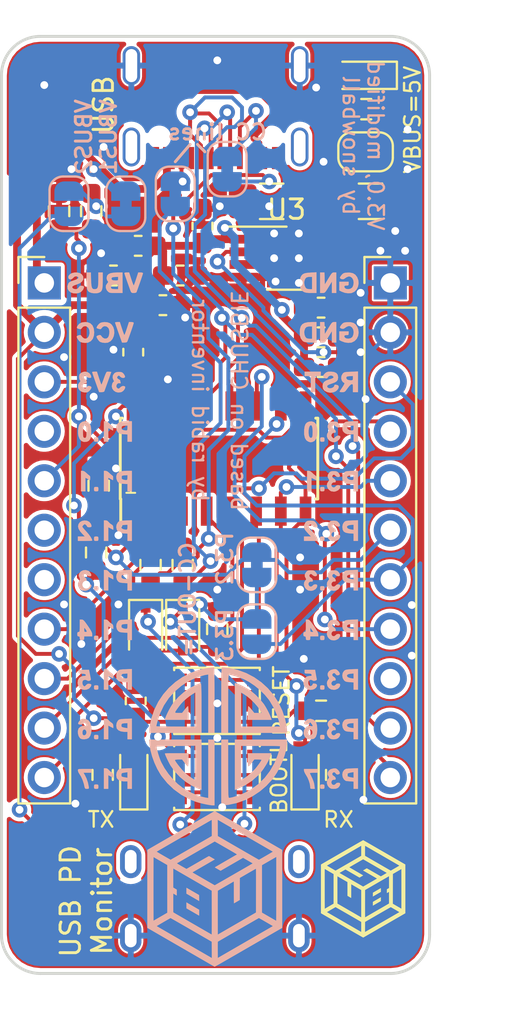
<source format=kicad_pcb>
(kicad_pcb (version 20171130) (host pcbnew "(5.1.2)-2")
  (layers (0 F.Cu signal) (31 B.Cu signal) (34 B.Paste user hide) (35 F.Paste user hide) (36 B.SilkS user) (37 F.SilkS user) (38 B.Mask user hide) (39 F.Mask user hide) (44 Edge.Cuts user))
  (net 0 "")
  (net 1 VCC)
  (net 2 /RESET)
  (net 3 "Net-(D3-Pad2)")
  (net 4 /P3.0)
  (net 5 /P3.1)
  (net 6 GND)
  (net 7 /P3.6)
  (net 8 /P1.5)
  (net 9 +3V3)
  (net 10 /P1.2)
  (net 11 /P1.3)
  (net 12 /P3.7)
  (net 13 /P3.5)
  (net 14 /P3.4)
  (net 15 /P3.3)
  (net 16 /P1.1)
  (net 17 /P1.0)
  (net 18 /P1.7)
  (net 19 /P1.6)
  (net 20 /P1.4)
  (net 21 /P3.2)
  (net 22 "Net-(D2-Pad1)")
  (net 23 "Net-(D1-Pad1)")
  (net 24 /CC1)
  (net 25 "Net-(J3-PadB8)")
  (net 26 "Net-(J3-PadA8)")
  (net 27 /CC2)
  (net 28 VBUS)
  (net 29 "Net-(D4-Pad2)")
  (net 30 "Net-(R6-Pad2)")
  (net 31 "Net-(JP2-Pad1)")
  (net 32 "Net-(J3-PadA5)")
  (net 33 "Net-(J3-PadB5)")
  (net 34 /VBUS2)
  (net 35 "Net-(C5-Pad2)")
  (net 36 "Net-(C8-Pad2)")
  (net 37 "Net-(JP7-Pad2)")
  (module CH552-USB-Devboard:Korean-Hroparts-Elec-TYPE-C-31-M-17 (layer F.Cu) (at 84.963 103.378)
    (fp_text reference J4 hide)
    (fp_text value USB_C_Receptacle)
    (pad 1 thru_hole oval (at 4.32 0) (size 1.1 1.7) (drill oval 0.6 1.2) (layers *.Cu *.Mask))
    (pad 1 thru_hole oval (at -4.32 0) (size 1.1 1.7) (drill oval 0.6 1.2) (layers *.Cu *.Mask))
    (pad S1 thru_hole oval (at -4.32 3.8) (size 1.1 1.7) (drill oval 0.6 1.2) (layers *.Cu *.Mask) (net 6 GND))
    (pad S1 thru_hole oval (at 4.32 3.8) (size 1.1 1.7) (drill oval 0.6 1.2) (layers *.Cu *.Mask) (net 6 GND))
    (pad A5 smd rect (at -0.5 -0.15) (size 0.7 1.2) (layers F.Cu F.Paste F.Mask) (net 24 /CC1))
    (pad B5 smd rect (at 0.5 -0.15) (size 0.7 1.2) (layers F.Cu F.Paste F.Mask) (net 27 /CC2))
    (pad B9 smd rect (at -1.52 -0.15) (size 0.76 1.2) (layers F.Cu F.Paste F.Mask) (net 34 /VBUS2))
    (pad B12 smd rect (at -2.75 -0.15) (size 0.8 1.2) (layers F.Cu F.Paste F.Mask) (net 6 GND))
    (pad A9 smd rect (at 1.52 -0.15) (size 0.76 1.2) (layers F.Cu F.Paste F.Mask) (net 34 /VBUS2))
    (pad A12 smd rect (at 2.75 -0.15) (size 0.8 1.2) (layers F.Cu F.Paste F.Mask) (net 6 GND))
  )
  (module Resistor_SMD:R_0603_1608Metric_Pad0.98x0.95mm_HandSolder (layer F.Cu) (at 78.613 69.977 90)
    (fp_text reference R12 hide)
    (fp_text value 10k)
    (pad 2 smd roundrect (at 0.9125 0 90) (size 0.975 0.95) (layers F.Cu F.Paste F.Mask) (net 37 "Net-(JP7-Pad2)"))
    (pad 1 smd roundrect (at -0.9125 0 90) (size 0.975 0.95) (layers F.Cu F.Paste F.Mask) (net 16 /P1.1))
  )
  (module ArtandSilks:v2back (layer B.Cu) (at 84.2 80.7 180)
    (fp_text reference G*** hide)
    (fp_text value LOGO hide)
    (fp_text user "V3.0, modified" (at -9.017 14.097 270 unlocked) (layer B.SilkS) (effects (font (size 0.8 0.8) (thickness 0.12)) (justify mirror)))
    (fp_text user "by snowball" (at -7.747 14.097 270 unlocked) (layer B.SilkS) (effects (font (size 0.8 0.8) (thickness 0.12)) (justify mirror)))
    (fp_text user "based on CHUSBIE" (at -2 1 -90 unlocked) (layer B.SilkS) (effects (font (size 0.8 0.8) (thickness 0.12)) (justify mirror)))
    (fp_text user "by rabid inventor" (at 0 1 -90 unlocked) (layer B.SilkS) (effects (font (size 0.8 0.8) (thickness 0.12)) (justify mirror)))
  )
  (module CH552-USB-Devboard:HVSSOP-8_3.0x3.0mm_P0.65mm (layer F.Cu) (at 88.646 72.39)
    (fp_text reference U3 (at 0 -2.5) (layer F.SilkS))
    (fp_text value TPS7A4101DGNT)
    (pad EP smd rect (at 0 0) (size 2 3) (layers F.Cu) (net 6 GND))
    (pad 8 smd rect (at 2.2 -0.975 270) (size 0.45 1.45) (layers F.Cu F.Paste F.Mask) (net 28 VBUS))
    (pad 7 smd rect (at 2.2 -0.325 270) (size 0.45 1.45) (layers F.Cu F.Paste F.Mask))
    (pad 6 smd rect (at 2.2 0.325 270) (size 0.45 1.45) (layers F.Cu F.Paste F.Mask))
    (pad 5 smd rect (at 2.2 0.975 270) (size 0.45 1.45) (layers F.Cu F.Paste F.Mask) (net 28 VBUS))
    (pad 4 smd rect (at -2.2 0.975 270) (size 0.45 1.45) (layers F.Cu F.Paste F.Mask) (net 6 GND))
    (pad 3 smd rect (at -2.2 0.325 270) (size 0.45 1.45) (layers F.Cu F.Paste F.Mask))
    (pad 2 smd rect (at -2.2 -0.325 270) (size 0.45 1.45) (layers F.Cu F.Paste F.Mask) (net 36 "Net-(C8-Pad2)"))
    (pad 1 smd rect (at -2.2 -0.975 270) (size 0.45 1.45) (layers F.Cu F.Paste F.Mask) (net 1 VCC))
  )
  (module Resistor_SMD:R_0603_1608Metric_Pad1.05x0.95mm_HandSolder (layer F.Cu) (at 90.424 74.93)
    (fp_text reference R13 hide)
    (fp_text value 22k)
    (pad 2 smd roundrect (at 0.875 0) (size 1.05 0.95) (layers F.Cu F.Paste F.Mask) (net 36 "Net-(C8-Pad2)"))
    (pad 1 smd roundrect (at -0.875 0) (size 1.05 0.95) (layers F.Cu F.Paste F.Mask) (net 6 GND))
  )
  (module Resistor_SMD:R_0603_1608Metric_Pad1.05x0.95mm_HandSolder (layer F.Cu) (at 90.424 76.454 180)
    (fp_text reference R11 hide)
    (fp_text value 62k)
    (pad 2 smd roundrect (at 0.875 0 180) (size 1.05 0.95) (layers F.Cu F.Paste F.Mask) (net 1 VCC))
    (pad 1 smd roundrect (at -0.875 0 180) (size 1.05 0.95) (layers F.Cu F.Paste F.Mask) (net 36 "Net-(C8-Pad2)"))
  )
  (module Jumper:SolderJumper-2_P1.3mm_Open_RoundedPad1.0x1.5mm (layer F.Cu) (at 92.71 66.929)
    (fp_text reference JP1 hide)
    (fp_text value Jumper)
    (pad 2 smd custom (at 0.65 0) (size 1 0.5) (layers F.Cu F.Mask) (net 1 VCC) (options (clearance outline) (anchor rect)) (primitives (gr_circle (center 0 0.25) (end 0.5 0.25) (width 0)) (gr_circle (center 0 -0.25) (end 0.5 -0.25) (width 0)) (gr_poly (pts (xy 0 -0.75) (xy -0.5 -0.75) (xy -0.5 0.75) (xy 0 0.75)) (width 0))))
    (pad 1 smd custom (at -0.65 0) (size 1 0.5) (layers F.Cu F.Mask) (net 28 VBUS) (options (clearance outline) (anchor rect)) (primitives (gr_circle (center 0 0.25) (end 0.5 0.25) (width 0)) (gr_circle (center 0 -0.25) (end 0.5 -0.25) (width 0)) (gr_poly (pts (xy 0 -0.75) (xy 0.5 -0.75) (xy 0.5 0.75) (xy 0 0.75)) (width 0))))
  )
  (module Diode_SMD:D_SOD-323F (layer F.Cu) (at 83.312 91.44 270)
    (fp_text reference D5 hide)
    (fp_text value "e.g. 1N4148, C917006, C708767")
    (pad 2 smd rect (at 1.1 0 270) (size 0.5 0.5) (layers F.Cu F.Paste F.Mask) (net 29 "Net-(D4-Pad2)"))
    (pad 1 smd rect (at -1.1 0 270) (size 0.5 0.5) (layers F.Cu F.Paste F.Mask) (net 27 /CC2))
  )
  (module Diode_SMD:D_SOD-323F (layer F.Cu) (at 81.407 91.44 270)
    (fp_text reference D4 hide)
    (fp_text value "e.g. 1N4148, C917006, C708767")
    (pad 2 smd rect (at 1.1 0 270) (size 0.5 0.5) (layers F.Cu F.Paste F.Mask) (net 29 "Net-(D4-Pad2)"))
    (pad 1 smd rect (at -1.1 0 270) (size 0.5 0.5) (layers F.Cu F.Paste F.Mask) (net 24 /CC1))
  )
  (module Capacitor_SMD:C_0603_1608Metric_Pad1.05x0.95mm_HandSolder (layer F.Cu) (at 83.185 73.279)
    (fp_text reference C10 hide)
    (fp_text value 10uF)
    (pad 2 smd roundrect (at 0.875 0) (size 1.05 0.95) (layers F.Cu F.Paste F.Mask) (net 6 GND))
    (pad 1 smd roundrect (at -0.875 0) (size 1.05 0.95) (layers F.Cu F.Paste F.Mask) (net 1 VCC))
  )
  (module Capacitor_SMD:C_0603_1608Metric_Pad1.05x0.95mm_HandSolder (layer F.Cu) (at 84.328 70.739 90)
    (fp_text reference C9 hide)
    (fp_text value 100nF)
    (pad 2 smd roundrect (at 0.875 0 90) (size 1.05 0.95) (layers F.Cu F.Paste F.Mask) (net 6 GND))
    (pad 1 smd roundrect (at -0.875 0 90) (size 1.05 0.95) (layers F.Cu F.Paste F.Mask) (net 1 VCC))
  )
  (module Capacitor_SMD:C_0603_1608Metric_Pad1.05x0.95mm_HandSolder (layer F.Cu) (at 90.424 77.978)
    (fp_text reference C8 hide)
    (fp_text value 10nF)
    (pad 2 smd roundrect (at 0.875 0) (size 1.05 0.95) (layers F.Cu F.Paste F.Mask) (net 36 "Net-(C8-Pad2)"))
    (pad 1 smd roundrect (at -0.875 0) (size 1.05 0.95) (layers F.Cu F.Paste F.Mask) (net 1 VCC))
  )
  (module Capacitor_SMD:C_1206_3216Metric_Pad1.42x1.75mm_HandSolder (layer F.Cu) (at 87.884 69.469 180)
    (fp_text reference C6 hide)
    (fp_text value "4u7, 50V")
    (pad 2 smd roundrect (at 1.4875 0 180) (size 1.425 1.75) (layers F.Cu F.Paste F.Mask) (roundrect_rratio 0.175439) (net 6 GND))
    (pad 1 smd roundrect (at -1.4875 0 180) (size 1.425 1.75) (layers F.Cu F.Paste F.Mask) (roundrect_rratio 0.175439) (net 35 "Net-(C5-Pad2)"))
  )
  (module Capacitor_SMD:C_1206_3216Metric_Pad1.42x1.75mm_HandSolder (layer F.Cu) (at 92.964 69.469 180)
    (fp_text reference C5 hide)
    (fp_text value "4u7, 50V")
    (pad 2 smd roundrect (at 1.4875 0 180) (size 1.425 1.75) (layers F.Cu F.Paste F.Mask) (roundrect_rratio 0.175439) (net 35 "Net-(C5-Pad2)"))
    (pad 1 smd roundrect (at -1.4875 0 180) (size 1.425 1.75) (layers F.Cu F.Paste F.Mask) (roundrect_rratio 0.175439) (net 28 VBUS))
  )
  (module Glowstone:subraum_8mm (layer B.Cu) (at 84.963 104.775 180)
    (fp_text reference G*** hide)
    (fp_text value LOGO hide)
  )
  (module Glowstone:subraum_5mm (layer F.Cu) (at 92.583 104.775)
    (fp_text reference G*** hide)
    (fp_text value LOGO hide)
  )
  (module Jumper:SolderJumper-2_P1.3mm_Open_RoundedPad1.0x1.5mm (layer B.Cu) (at 77.47 69.596 90)
    (fp_text reference JP8 hide)
    (fp_text value Jumper)
    (pad 1 smd custom (at -0.65 0 90) (size 1 0.5) (layers B.Cu B.Mask) (net 34 /VBUS2) (options (clearance outline) (anchor rect)) (primitives (gr_circle (center 0 -0.25) (end 0.5 -0.25) (width 0)) (gr_circle (center 0 0.25) (end 0.5 0.25) (width 0)) (gr_poly (pts (xy 0 0.75) (xy 0.5 0.75) (xy 0.5 -0.75) (xy 0 -0.75)) (width 0))))
    (pad 2 smd custom (at 0.65 0 90) (size 1 0.5) (layers B.Cu B.Mask) (net 37 "Net-(JP7-Pad2)") (options (clearance outline) (anchor rect)) (primitives (gr_circle (center 0 -0.25) (end 0.5 -0.25) (width 0)) (gr_circle (center 0 0.25) (end 0.5 0.25) (width 0)) (gr_poly (pts (xy 0 0.75) (xy -0.5 0.75) (xy -0.5 -0.75) (xy 0 -0.75)) (width 0))))
  )
  (module Jumper:SolderJumper-2_P1.3mm_Bridged_RoundedPad1.0x1.5mm (layer B.Cu) (at 80.391 69.596 270)
    (fp_text reference JP7 hide)
    (fp_text value Jumper)
    (fp_poly (pts (xy 0.25 0.3) (xy -0.25 0.3) (xy -0.25 -0.3) (xy 0.25 -0.3)) (layer B.Cu) (width 0))
    (pad 2 smd custom (at 0.65 0 270) (size 1 0.5) (layers B.Cu B.Mask) (net 37 "Net-(JP7-Pad2)") (options (clearance outline) (anchor rect)) (primitives (gr_circle (center 0 -0.25) (end 0.5 -0.25) (width 0)) (gr_circle (center 0 0.25) (end 0.5 0.25) (width 0)) (gr_poly (pts (xy 0 0.75) (xy -0.5 0.75) (xy -0.5 -0.75) (xy 0 -0.75)) (width 0))))
    (pad 1 smd custom (at -0.65 0 270) (size 1 0.5) (layers B.Cu B.Mask) (net 28 VBUS) (options (clearance outline) (anchor rect)) (primitives (gr_circle (center 0 -0.25) (end 0.5 -0.25) (width 0)) (gr_circle (center 0 0.25) (end 0.5 0.25) (width 0)) (gr_poly (pts (xy 0 0.75) (xy 0.5 0.75) (xy 0.5 -0.75) (xy 0 -0.75)) (width 0))))
  )
  (module Jumper:SolderJumper-2_P1.3mm_Bridged_RoundedPad1.0x1.5mm (layer B.Cu) (at 82.931 69.088 270)
    (fp_text reference JP6 hide)
    (fp_text value Jumper)
    (fp_poly (pts (xy 0.25 0.3) (xy -0.25 0.3) (xy -0.25 -0.3) (xy 0.25 -0.3)) (layer B.Cu) (width 0))
    (pad 1 smd custom (at -0.65 0 270) (size 1 0.5) (layers B.Cu B.Mask) (net 33 "Net-(J3-PadB5)") (options (clearance outline) (anchor rect)) (primitives (gr_circle (center 0 -0.25) (end 0.5 -0.25) (width 0)) (gr_circle (center 0 0.25) (end 0.5 0.25) (width 0)) (gr_poly (pts (xy 0 0.75) (xy 0.5 0.75) (xy 0.5 -0.75) (xy 0 -0.75)) (width 0))))
    (pad 2 smd custom (at 0.65 0 270) (size 1 0.5) (layers B.Cu B.Mask) (net 27 /CC2) (options (clearance outline) (anchor rect)) (primitives (gr_circle (center 0 -0.25) (end 0.5 -0.25) (width 0)) (gr_circle (center 0 0.25) (end 0.5 0.25) (width 0)) (gr_poly (pts (xy 0 0.75) (xy -0.5 0.75) (xy -0.5 -0.75) (xy 0 -0.75)) (width 0))))
  )
  (module Jumper:SolderJumper-2_P1.3mm_Bridged_RoundedPad1.0x1.5mm (layer B.Cu) (at 85.598 67.818 270)
    (fp_text reference JP5 hide)
    (fp_text value Jumper)
    (fp_poly (pts (xy 0.25 0.3) (xy -0.25 0.3) (xy -0.25 -0.3) (xy 0.25 -0.3)) (layer B.Cu) (width 0))
    (pad 1 smd custom (at -0.65 0 270) (size 1 0.5) (layers B.Cu B.Mask) (net 32 "Net-(J3-PadA5)") (options (clearance outline) (anchor rect)) (primitives (gr_circle (center 0 -0.25) (end 0.5 -0.25) (width 0)) (gr_circle (center 0 0.25) (end 0.5 0.25) (width 0)) (gr_poly (pts (xy 0 0.75) (xy 0.5 0.75) (xy 0.5 -0.75) (xy 0 -0.75)) (width 0))))
    (pad 2 smd custom (at 0.65 0 270) (size 1 0.5) (layers B.Cu B.Mask) (net 24 /CC1) (options (clearance outline) (anchor rect)) (primitives (gr_circle (center 0 -0.25) (end 0.5 -0.25) (width 0)) (gr_circle (center 0 0.25) (end 0.5 0.25) (width 0)) (gr_poly (pts (xy 0 0.75) (xy -0.5 0.75) (xy -0.5 -0.75) (xy 0 -0.75)) (width 0))))
  )
  (module Resistor_SMD:R_0603_1608Metric_Pad0.98x0.95mm_HandSolder (layer F.Cu) (at 76.962 69.977 90)
    (fp_text reference R10 hide)
    (fp_text value 1k)
    (pad 2 smd roundrect (at 0.9125 0 90) (size 0.975 0.95) (layers F.Cu F.Paste F.Mask) (net 6 GND))
    (pad 1 smd roundrect (at -0.9125 0 90) (size 0.975 0.95) (layers F.Cu F.Paste F.Mask) (net 16 /P1.1))
  )
  (module footprint:VACON_CSP_USC16_TR (layer F.Cu) (at 85 66.68 180)
    (fp_text reference J3 hide)
    (fp_text value USB_C_Receptacle)
    (pad 1 thru_hole oval (at 4.325 0 180) (size 0.9 2) (drill oval 0.6 1.7) (layers *.Cu *.Mask))
    (pad 1 thru_hole oval (at -4.325 0 180) (size 0.9 2) (drill oval 0.6 1.7) (layers *.Cu *.Mask))
    (pad S1 thru_hole oval (at -4.325 4.18 180) (size 0.9 2) (drill oval 0.6 1.7) (layers *.Cu *.Mask) (net 6 GND))
    (pad S1 thru_hole oval (at 4.325 4.18 180) (size 0.9 2) (drill oval 0.6 1.7) (layers *.Cu *.Mask) (net 6 GND))
    (pad "" np_thru_hole circle (at 2.89 0.5 180) (size 0.6 0.6) (drill 0.6) (layers *.Cu *.Mask))
    (pad A7 smd rect (at 0.25 -0.57 180) (size 0.3 1.14) (layers F.Cu F.Paste F.Mask) (net 12 /P3.7))
    (pad A6 smd rect (at -0.25 -0.57 180) (size 0.3 1.14) (layers F.Cu F.Paste F.Mask) (net 7 /P3.6))
    (pad B7 smd rect (at -0.75 -0.57 180) (size 0.3 1.14) (layers F.Cu F.Paste F.Mask) (net 12 /P3.7))
    (pad B6 smd rect (at 0.75 -0.57 180) (size 0.3 1.14) (layers F.Cu F.Paste F.Mask) (net 7 /P3.6))
    (pad A5 smd rect (at -1.25 -0.57 180) (size 0.3 1.14) (layers F.Cu F.Paste F.Mask) (net 32 "Net-(J3-PadA5)"))
    (pad B8 smd rect (at -1.75 -0.57 180) (size 0.3 1.14) (layers F.Cu F.Paste F.Mask) (net 25 "Net-(J3-PadB8)"))
    (pad A8 smd rect (at 1.25 -0.57 180) (size 0.3 1.14) (layers F.Cu F.Paste F.Mask) (net 26 "Net-(J3-PadA8)"))
    (pad B5 smd rect (at 1.75 -0.57 180) (size 0.3 1.14) (layers F.Cu F.Paste F.Mask) (net 33 "Net-(J3-PadB5)"))
    (pad "" np_thru_hole circle (at -2.89 0.5 180) (size 0.6 0.6) (drill 0.6) (layers *.Cu *.Mask))
    (pad B9 smd rect (at -2.5 -0.57 180) (size 0.3 1.14) (layers F.Cu F.Paste F.Mask) (net 28 VBUS))
    (pad A4 smd rect (at -2.25 -0.57 180) (size 0.3 1.14) (layers F.Cu F.Paste F.Mask) (net 28 VBUS))
    (pad B12 smd rect (at -3.05 -0.57 180) (size 0.3 1.14) (layers F.Cu F.Paste F.Mask) (net 6 GND))
    (pad A1 smd rect (at -3.35 -0.57 180) (size 0.3 1.14) (layers F.Cu F.Paste F.Mask) (net 6 GND))
    (pad B4 smd rect (at 2.25 -0.57 180) (size 0.3 1.14) (layers F.Cu F.Paste F.Mask) (net 28 VBUS))
    (pad A9 smd rect (at 2.55 -0.57 180) (size 0.3 1.14) (layers F.Cu F.Paste F.Mask) (net 28 VBUS))
    (pad B1 smd rect (at 3.05 -0.57 180) (size 0.3 1.14) (layers F.Cu F.Paste F.Mask) (net 6 GND))
    (pad A12 smd rect (at 3.35 -0.57 180) (size 0.3 1.14) (layers F.Cu F.Paste F.Mask) (net 6 GND))
  )
  (module Resistor_SMD:R_0603_1608Metric_Pad0.98x0.95mm_HandSolder (layer F.Cu) (at 78.867 87.503 270)
    (fp_text reference R9 hide)
    (fp_text value 10k)
    (pad 2 smd roundrect (at 0.9125 0 270) (size 0.975 0.95) (layers F.Cu F.Paste F.Mask) (net 9 +3V3))
    (pad 1 smd roundrect (at -0.9125 0 270) (size 0.975 0.95) (layers F.Cu F.Paste F.Mask) (net 21 /P3.2))
  )
  (module Resistor_SMD:R_0603_1608Metric_Pad0.98x0.95mm_HandSolder (layer F.Cu) (at 78.994 84.074 90)
    (fp_text reference R8 hide)
    (fp_text value 1k)
    (pad 2 smd roundrect (at 0.9125 0 90) (size 0.975 0.95) (layers F.Cu F.Paste F.Mask) (net 6 GND))
    (pad 1 smd roundrect (at -0.9125 0 90) (size 0.975 0.95) (layers F.Cu F.Paste F.Mask) (net 21 /P3.2))
  )
  (module Jumper:SolderJumper-2_P1.3mm_Open_RoundedPad1.0x1.5mm (layer B.Cu) (at 87.122 91.567 270)
    (fp_text reference JP3 hide)
    (fp_text value Jumper)
    (pad 2 smd custom (at 0.65 0 270) (size 1 0.5) (layers B.Cu B.Mask) (net 15 /P3.3) (options (clearance outline) (anchor rect)) (primitives (gr_circle (center 0 -0.25) (end 0.5 -0.25) (width 0)) (gr_circle (center 0 0.25) (end 0.5 0.25) (width 0)) (gr_poly (pts (xy 0 0.75) (xy -0.5 0.75) (xy -0.5 -0.75) (xy 0 -0.75)) (width 0))))
    (pad 1 smd custom (at -0.65 0 270) (size 1 0.5) (layers B.Cu B.Mask) (net 31 "Net-(JP2-Pad1)") (options (clearance outline) (anchor rect)) (primitives (gr_circle (center 0 -0.25) (end 0.5 -0.25) (width 0)) (gr_circle (center 0 0.25) (end 0.5 0.25) (width 0)) (gr_poly (pts (xy 0 0.75) (xy 0.5 0.75) (xy 0.5 -0.75) (xy 0 -0.75)) (width 0))))
  )
  (module Jumper:SolderJumper-2_P1.3mm_Bridged_RoundedPad1.0x1.5mm (layer B.Cu) (at 87.122 88.138 90)
    (fp_text reference JP2 hide)
    (fp_text value Jumper)
    (fp_poly (pts (xy 0.25 0.3) (xy -0.25 0.3) (xy -0.25 -0.3) (xy 0.25 -0.3)) (layer B.Cu) (width 0))
    (pad 1 smd custom (at -0.65 0 90) (size 1 0.5) (layers B.Cu B.Mask) (net 31 "Net-(JP2-Pad1)") (options (clearance outline) (anchor rect)) (primitives (gr_circle (center 0 -0.25) (end 0.5 -0.25) (width 0)) (gr_circle (center 0 0.25) (end 0.5 0.25) (width 0)) (gr_poly (pts (xy 0 0.75) (xy 0.5 0.75) (xy 0.5 -0.75) (xy 0 -0.75)) (width 0))))
    (pad 2 smd custom (at 0.65 0 90) (size 1 0.5) (layers B.Cu B.Mask) (net 21 /P3.2) (options (clearance outline) (anchor rect)) (primitives (gr_circle (center 0 -0.25) (end 0.5 -0.25) (width 0)) (gr_circle (center 0 0.25) (end 0.5 0.25) (width 0)) (gr_poly (pts (xy 0 0.75) (xy -0.5 0.75) (xy -0.5 -0.75) (xy 0 -0.75)) (width 0))))
  )
  (module Resistor_SMD:R_0603_1608Metric_Pad0.98x0.95mm_HandSolder (layer F.Cu) (at 81.661 88.138 90)
    (fp_text reference R1 hide)
    (fp_text value 68)
    (pad 2 smd roundrect (at 0.9125 0 90) (size 0.975 0.95) (layers F.Cu F.Paste F.Mask) (net 20 /P1.4))
    (pad 1 smd roundrect (at -0.9125 0 90) (size 0.975 0.95) (layers F.Cu F.Paste F.Mask) (net 24 /CC1))
  )
  (module Resistor_SMD:R_0603_1608Metric_Pad0.98x0.95mm_HandSolder (layer F.Cu) (at 85.09 91.44 270)
    (fp_text reference R7 hide)
    (fp_text value 220)
    (pad 2 smd roundrect (at 0.9125 0 270) (size 0.975 0.95) (layers F.Cu F.Paste F.Mask) (net 29 "Net-(D4-Pad2)"))
    (pad 1 smd roundrect (at -0.9125 0 270) (size 0.975 0.95) (layers F.Cu F.Paste F.Mask) (net 31 "Net-(JP2-Pad1)"))
  )
  (module Resistor_SMD:R_0603_1608Metric_Pad0.98x0.95mm_HandSolder (layer F.Cu) (at 90.424 95.631 180)
    (fp_text reference R6 hide)
    (fp_text value 22k)
    (pad 2 smd roundrect (at 0.9125 0 180) (size 0.975 0.95) (layers F.Cu F.Paste F.Mask) (net 30 "Net-(R6-Pad2)"))
    (pad 1 smd roundrect (at -0.9125 0 180) (size 0.975 0.95) (layers F.Cu F.Paste F.Mask) (net 7 /P3.6))
  )
  (module Resistor_SMD:R_0603_1608Metric_Pad0.98x0.95mm_HandSolder (layer F.Cu) (at 92.744 64.738)
    (fp_text reference R5 hide)
    (fp_text value 10k)
    (pad 2 smd roundrect (at 0.9125 0) (size 0.975 0.95) (layers F.Cu F.Paste F.Mask) (net 3 "Net-(D3-Pad2)"))
    (pad 1 smd roundrect (at -0.9125 0) (size 0.975 0.95) (layers F.Cu F.Paste F.Mask) (net 1 VCC))
  )
  (module Resistor_SMD:R_0603_1608Metric_Pad0.98x0.95mm_HandSolder (layer F.Cu) (at 79.2 98.925 90)
    (fp_text reference R4 hide)
    (fp_text value 10k)
    (pad 2 smd roundrect (at 0.9125 0 90) (size 0.975 0.95) (layers F.Cu F.Paste F.Mask) (net 22 "Net-(D2-Pad1)"))
    (pad 1 smd roundrect (at -0.9125 0 90) (size 0.975 0.95) (layers F.Cu F.Paste F.Mask) (net 6 GND))
  )
  (module Resistor_SMD:R_0603_1608Metric_Pad0.98x0.95mm_HandSolder (layer F.Cu) (at 91.2 98.925 90)
    (fp_text reference R3 hide)
    (fp_text value 10k)
    (pad 2 smd roundrect (at 0.9125 0 90) (size 0.975 0.95) (layers F.Cu F.Paste F.Mask) (net 23 "Net-(D1-Pad1)"))
    (pad 1 smd roundrect (at -0.9125 0 90) (size 0.975 0.95) (layers F.Cu F.Paste F.Mask) (net 6 GND))
  )
  (module Resistor_SMD:R_0603_1608Metric_Pad0.98x0.95mm_HandSolder (layer F.Cu) (at 83.312 88.138 90)
    (fp_text reference R2 hide)
    (fp_text value 68)
    (pad 2 smd roundrect (at 0.9125 0 90) (size 0.975 0.95) (layers F.Cu F.Paste F.Mask) (net 8 /P1.5))
    (pad 1 smd roundrect (at -0.9125 0 90) (size 0.975 0.95) (layers F.Cu F.Paste F.Mask) (net 27 /CC2))
  )
  (module Capacitor_SMD:C_0603_1608Metric_Pad1.05x0.95mm_HandSolder (layer F.Cu) (at 79.756 73.279 180)
    (fp_text reference C1 hide)
    (fp_text value 100nF hide)
    (pad 2 smd roundrect (at 0.875 0 180) (size 1.05 0.95) (layers F.Cu F.Paste F.Mask) (net 6 GND))
    (pad 1 smd roundrect (at -0.875 0 180) (size 1.05 0.95) (layers F.Cu F.Paste F.Mask) (net 1 VCC))
  )
  (module Capacitor_SMD:C_0603_1608Metric_Pad1.05x0.95mm_HandSolder (layer F.Cu) (at 80.772 77.216 90)
    (fp_text reference C7 hide)
    (fp_text value DNP/1uF)
    (pad 1 smd roundrect (at -0.875 0 90) (size 1.05 0.95) (layers F.Cu F.Paste F.Mask) (net 9 +3V3))
    (pad 2 smd roundrect (at 0.875 0 90) (size 1.05 0.95) (layers F.Cu F.Paste F.Mask) (net 6 GND))
  )
  (module Connector_PinHeader_2.54mm:PinHeader_1x11_P2.54mm_Vertical (layer F.Cu) (at 76.2 73.66)
    (fp_text reference J1 hide)
    (fp_text value Conn_01x11_Male hide)
    (pad 11 thru_hole oval (at 0 25.4) (size 1.7 1.7) (drill 1) (layers *.Cu *.Mask) (net 18 /P1.7))
    (pad 10 thru_hole oval (at 0 22.86) (size 1.7 1.7) (drill 1) (layers *.Cu *.Mask) (net 19 /P1.6))
    (pad 9 thru_hole oval (at 0 20.32) (size 1.7 1.7) (drill 1) (layers *.Cu *.Mask) (net 8 /P1.5))
    (pad 8 thru_hole oval (at 0 17.78) (size 1.7 1.7) (drill 1) (layers *.Cu *.Mask) (net 20 /P1.4))
    (pad 7 thru_hole oval (at 0 15.24) (size 1.7 1.7) (drill 1) (layers *.Cu *.Mask) (net 11 /P1.3))
    (pad 6 thru_hole oval (at 0 12.7) (size 1.7 1.7) (drill 1) (layers *.Cu *.Mask) (net 10 /P1.2))
    (pad 5 thru_hole oval (at 0 10.16) (size 1.7 1.7) (drill 1) (layers *.Cu *.Mask) (net 16 /P1.1))
    (pad 4 thru_hole oval (at 0 7.62) (size 1.7 1.7) (drill 1) (layers *.Cu *.Mask) (net 17 /P1.0))
    (pad 3 thru_hole oval (at 0 5.08) (size 1.7 1.7) (drill 1) (layers *.Cu *.Mask) (net 9 +3V3))
    (pad 2 thru_hole oval (at 0 2.54) (size 1.7 1.7) (drill 1) (layers *.Cu *.Mask) (net 1 VCC))
    (pad 1 thru_hole rect (at 0 0) (size 1.7 1.7) (drill 1) (layers *.Cu *.Mask) (net 28 VBUS))
  )
  (module Connector_PinHeader_2.54mm:PinHeader_1x11_P2.54mm_Vertical (layer F.Cu) (at 93.98 73.66)
    (fp_text reference J2 hide)
    (fp_text value Conn_01x11_Male)
    (pad 1 thru_hole rect (at 0 0) (size 1.7 1.7) (drill 1) (layers *.Cu *.Mask) (net 6 GND))
    (pad 2 thru_hole oval (at 0 2.54) (size 1.7 1.7) (drill 1) (layers *.Cu *.Mask) (net 6 GND))
    (pad 3 thru_hole oval (at 0 5.08) (size 1.7 1.7) (drill 1) (layers *.Cu *.Mask) (net 2 /RESET))
    (pad 4 thru_hole oval (at 0 7.62) (size 1.7 1.7) (drill 1) (layers *.Cu *.Mask) (net 4 /P3.0))
    (pad 5 thru_hole oval (at 0 10.16) (size 1.7 1.7) (drill 1) (layers *.Cu *.Mask) (net 5 /P3.1))
    (pad 6 thru_hole oval (at 0 12.7) (size 1.7 1.7) (drill 1) (layers *.Cu *.Mask) (net 21 /P3.2))
    (pad 7 thru_hole oval (at 0 15.24) (size 1.7 1.7) (drill 1) (layers *.Cu *.Mask) (net 15 /P3.3))
    (pad 8 thru_hole oval (at 0 17.78) (size 1.7 1.7) (drill 1) (layers *.Cu *.Mask) (net 14 /P3.4))
    (pad 9 thru_hole oval (at 0 20.32) (size 1.7 1.7) (drill 1) (layers *.Cu *.Mask) (net 13 /P3.5))
    (pad 10 thru_hole oval (at 0 22.86) (size 1.7 1.7) (drill 1) (layers *.Cu *.Mask) (net 7 /P3.6))
    (pad 11 thru_hole oval (at 0 25.4) (size 1.7 1.7) (drill 1) (layers *.Cu *.Mask) (net 12 /P3.7))
  )
  (module Button_Switch_SMD:SW_SPST_PTS810 (layer F.Cu) (at 85.075 95.123)
    (fp_text reference SW2 hide)
    (fp_text value SW_Push hide)
    (pad 2 smd rect (at 2.075 1.075) (size 1.05 0.65) (layers F.Cu F.Paste F.Mask) (net 1 VCC))
    (pad 2 smd rect (at -2.075 1.075) (size 1.05 0.65) (layers F.Cu F.Paste F.Mask) (net 1 VCC))
    (pad 1 smd rect (at 2.075 -1.075) (size 1.05 0.65) (layers F.Cu F.Paste F.Mask) (net 2 /RESET))
    (pad 1 smd rect (at -2.075 -1.075) (size 1.05 0.65) (layers F.Cu F.Paste F.Mask) (net 2 /RESET))
  )
  (module Button_Switch_SMD:SW_SPST_PTS810 (layer F.Cu) (at 85.075 99.031)
    (fp_text reference SW1 hide)
    (fp_text value SW_Push hide)
    (pad 1 smd rect (at -2.075 -1.075) (size 1.05 0.65) (layers F.Cu F.Paste F.Mask) (net 9 +3V3))
    (pad 1 smd rect (at 2.075 -1.075) (size 1.05 0.65) (layers F.Cu F.Paste F.Mask) (net 9 +3V3))
    (pad 2 smd rect (at -2.075 1.075) (size 1.05 0.65) (layers F.Cu F.Paste F.Mask) (net 30 "Net-(R6-Pad2)"))
    (pad 2 smd rect (at 2.075 1.075) (size 1.05 0.65) (layers F.Cu F.Paste F.Mask) (net 30 "Net-(R6-Pad2)"))
  )
  (module Capacitor_SMD:C_0603_1608Metric_Pad1.05x0.95mm_HandSolder (layer F.Cu) (at 82.296 74.803)
    (fp_text reference C2 hide)
    (fp_text value 100nF hide)
    (pad 1 smd roundrect (at -0.875 0) (size 1.05 0.95) (layers F.Cu F.Paste F.Mask) (net 9 +3V3))
    (pad 2 smd roundrect (at 0.875 0) (size 1.05 0.95) (layers F.Cu F.Paste F.Mask) (net 6 GND))
  )
  (module Capacitor_SMD:C_0603_1608Metric_Pad1.05x0.95mm_HandSolder (layer F.Cu) (at 80.899 95.123 90)
    (fp_text reference C3 hide)
    (fp_text value 100nF)
    (pad 2 smd roundrect (at 0.875 0 90) (size 1.05 0.95) (layers F.Cu F.Paste F.Mask) (net 2 /RESET))
    (pad 1 smd roundrect (at -0.875 0 90) (size 1.05 0.95) (layers F.Cu F.Paste F.Mask) (net 1 VCC))
  )
  (module Capacitor_SMD:C_0603_1608Metric_Pad1.05x0.95mm_HandSolder (layer F.Cu) (at 81.026 71.755 180)
    (fp_text reference C4 hide)
    (fp_text value DNP/1uF hide)
    (pad 1 smd roundrect (at -0.875 0 180) (size 1.05 0.95) (layers F.Cu F.Paste F.Mask) (net 1 VCC))
    (pad 2 smd roundrect (at 0.875 0 180) (size 1.05 0.95) (layers F.Cu F.Paste F.Mask) (net 6 GND))
  )
  (module Housings_SOIC:SOIC-16_3.9x9.9mm_Pitch1.27mm (layer F.Cu) (at 85.179192 82.68002 90)
    (fp_text reference U2 hide)
    (fp_text value CH552G hide)
    (pad 16 smd rect (at 2.7 -4.445 90) (size 1.5 0.6) (layers F.Cu F.Paste F.Mask) (net 9 +3V3))
    (pad 15 smd rect (at 2.7 -3.175 90) (size 1.5 0.6) (layers F.Cu F.Paste F.Mask) (net 1 VCC))
    (pad 14 smd rect (at 2.7 -1.905 90) (size 1.5 0.6) (layers F.Cu F.Paste F.Mask) (net 6 GND))
    (pad 13 smd rect (at 2.7 -0.635 90) (size 1.5 0.6) (layers F.Cu F.Paste F.Mask) (net 12 /P3.7))
    (pad 12 smd rect (at 2.7 0.635 90) (size 1.5 0.6) (layers F.Cu F.Paste F.Mask) (net 7 /P3.6))
    (pad 11 smd rect (at 2.7 1.905 90) (size 1.5 0.6) (layers F.Cu F.Paste F.Mask) (net 14 /P3.4))
    (pad 10 smd rect (at 2.7 3.175 90) (size 1.5 0.6) (layers F.Cu F.Paste F.Mask) (net 15 /P3.3))
    (pad 9 smd rect (at 2.7 4.445 90) (size 1.5 0.6) (layers F.Cu F.Paste F.Mask) (net 16 /P1.1))
    (pad 8 smd rect (at -2.7 4.445 90) (size 1.5 0.6) (layers F.Cu F.Paste F.Mask) (net 4 /P3.0))
    (pad 7 smd rect (at -2.7 3.175 90) (size 1.5 0.6) (layers F.Cu F.Paste F.Mask) (net 5 /P3.1))
    (pad 6 smd rect (at -2.7 1.905 90) (size 1.5 0.6) (layers F.Cu F.Paste F.Mask) (net 2 /RESET))
    (pad 5 smd rect (at -2.7 0.635 90) (size 1.5 0.6) (layers F.Cu F.Paste F.Mask) (net 18 /P1.7))
    (pad 4 smd rect (at -2.7 -0.635 90) (size 1.5 0.6) (layers F.Cu F.Paste F.Mask) (net 19 /P1.6))
    (pad 3 smd rect (at -2.7 -1.905 90) (size 1.5 0.6) (layers F.Cu F.Paste F.Mask) (net 8 /P1.5))
    (pad 2 smd rect (at -2.7 -3.175 90) (size 1.5 0.6) (layers F.Cu F.Paste F.Mask) (net 20 /P1.4))
    (pad 1 smd rect (at -2.7 -4.445 90) (size 1.5 0.6) (layers F.Cu F.Paste F.Mask) (net 21 /P3.2))
  )
  (module LEDs:LED_0805 (layer F.Cu) (at 92.519 63 180)
    (fp_text reference D3 hide)
    (fp_text value "LED, green?" hide)
    (pad 1 smd rect (at -1.1 0) (size 1.2 1.2) (layers F.Cu F.Paste F.Mask) (net 6 GND))
    (pad 2 smd rect (at 1.1 0) (size 1.2 1.2) (layers F.Cu F.Paste F.Mask) (net 3 "Net-(D3-Pad2)"))
  )
  (module LEDs:LED_0805 (layer F.Cu) (at 80.8 98.9 90)
    (fp_text reference D2 hide)
    (fp_text value "LED, yellow")
    (pad 2 smd rect (at 1.1 0 270) (size 1.2 1.2) (layers F.Cu F.Paste F.Mask) (net 5 /P3.1))
    (pad 1 smd rect (at -1.1 0 270) (size 1.2 1.2) (layers F.Cu F.Paste F.Mask) (net 22 "Net-(D2-Pad1)"))
  )
  (module LEDs:LED_0805 (layer F.Cu) (at 89.6 98.9 90)
    (fp_text reference D1 hide)
    (fp_text value "LED, yellow" hide)
    (pad 1 smd rect (at -1.1 0 270) (size 1.2 1.2) (layers F.Cu F.Paste F.Mask) (net 23 "Net-(D1-Pad1)"))
    (pad 2 smd rect (at 1.1 0 270) (size 1.2 1.2) (layers F.Cu F.Paste F.Mask) (net 4 /P3.0))
  )
  (gr_text 1 (at 80.645 84.074) (layer F.SilkS) (effects (font (size 0.8 0.8) (thickness 0.1))))
  (gr_text CC-OUT= (at 83.566 89.916 90) (layer B.SilkS) (effects (font (size 0.8 0.8)) (justify mirror)))
  (gr_line (start 82.931 67.437) (end 83.693 66.548) (layer B.SilkS) (width 0.15))
  (gr_line (start 84.455 66.929) (end 84.074 66.548) (layer B.SilkS) (width 0.15))
  (gr_text VBUS2 (at 78.232 66.167 90) (layer B.SilkS) (effects (font (size 0.8 0.8)) (justify mirror)))
  (gr_text "USB PD\nMonitor" (at 78.359 105.41 90) (layer F.SilkS) (effects (font (size 1 1))))
  (gr_text USB (at 79.248 64.516 90) (layer F.SilkS) (effects (font (size 1 1))))
  (gr_text VBUS=5V (at 95.123 65.278 90) (layer F.SilkS) (effects (font (size 0.8 0.8) (thickness 0.12))))
  (gr_text VBUS1 (at 79.502 66.167 90) (layer B.SilkS) (effects (font (size 0.8 0.8)) (justify mirror)))
  (gr_text "CC lines" (at 85.09 65.913) (layer B.SilkS) (effects (font (size 0.8 0.8)) (justify mirror)))
  (gr_text "\nP3.2  P3.3" (at 84.836 89.789 90) (layer B.SilkS) (effects (font (size 0.8 0.8)) (justify mirror)))
  (gr_text RESET (at 88.392 95.123 90) (layer F.SilkS) (effects (font (size 0.8 0.8) (thickness 0.12))))
  (gr_text BOOTL (at 88.265 99.06 90) (layer F.SilkS) (effects (font (size 0.8 0.8) (thickness 0.12))))
  (gr_text RX (at 91.313 101.219) (layer F.SilkS) (effects (font (size 0.8 0.8) (thickness 0.12))))
  (gr_text TX (at 79.121 101.219) (layer F.SilkS) (effects (font (size 0.8 0.8) (thickness 0.12))))
  (gr_arc (start 76 63) (end 76 61) (angle -90) (layer Edge.Cuts) (width 0.15))
  (gr_arc (start 76 107.12) (end 74 107.12) (angle -90) (layer Edge.Cuts) (width 0.15))
  (gr_arc (start 94 107.12) (end 94 109.12) (angle -90) (layer Edge.Cuts) (width 0.15))
  (gr_arc (start 94 63) (end 96 63) (angle -90) (layer Edge.Cuts) (width 0.15))
  (gr_line (start 94 109.12) (end 76 109.12) (layer Edge.Cuts) (width 0.15))
  (gr_line (start 96 63) (end 96 107.12) (layer Edge.Cuts) (width 0.15))
  (gr_line (start 76 61) (end 94 61) (layer Edge.Cuts) (width 0.15))
  (gr_line (start 74 107.12) (end 74 63) (layer Edge.Cuts) (width 0.15))
  (segment (start 76.2 76.2) (end 76 76.2) (width 0.2) (layer B.Cu) (net 1))
  (segment (start 83 96.198) (end 87.181 96.198) (width 0.2) (layer F.Cu) (net 1))
  (segment (start 74.845162 91.787164) (end 75.767998 92.71) (width 0.2) (layer F.Cu) (net 1))
  (segment (start 75.767998 92.71) (end 76.962 92.71) (width 0.2) (layer F.Cu) (net 1))
  (segment (start 74.845162 77.554838) (end 74.845162 91.787164) (width 0.2) (layer F.Cu) (net 1))
  (segment (start 76.2 76.2) (end 74.845162 77.554838) (width 0.2) (layer F.Cu) (net 1))
  (via (at 76.962 92.71) (size 0.8) (drill 0.4) (layers F.Cu B.Cu) (net 1))
  (via (at 78.74 96.012) (size 0.8) (drill 0.4) (layers F.Cu B.Cu) (net 1))
  (segment (start 84.527 71.415) (end 84.328 71.614) (width 0.4) (layer F.Cu) (net 1))
  (segment (start 84.187 71.755) (end 82.028 71.755) (width 0.4) (layer F.Cu) (net 1))
  (segment (start 84.328 71.614) (end 84.187 71.755) (width 0.4) (layer F.Cu) (net 1))
  (segment (start 89.549 77.978) (end 89.549 76.454) (width 0.4) (layer F.Cu) (net 1))
  (segment (start 86.446 71.415) (end 85.385 71.415) (width 0.4) (layer F.Cu) (net 1))
  (segment (start 85.385 71.415) (end 84.527 71.415) (width 0.4) (layer F.Cu) (net 1))
  (segment (start 82.296 73.293) (end 82.31 73.279) (width 0.2) (layer F.Cu) (net 1))
  (segment (start 82.296 75.325578) (end 82.296 73.293) (width 0.2) (layer F.Cu) (net 1))
  (segment (start 82.904192 76.73002) (end 82.904192 75.93377) (width 0.2) (layer F.Cu) (net 1))
  (segment (start 82.904192 75.93377) (end 82.296 75.325578) (width 0.2) (layer F.Cu) (net 1))
  (segment (start 82.31 72.037) (end 82.028 71.755) (width 0.4) (layer F.Cu) (net 1))
  (segment (start 82.31 73.279) (end 82.31 72.037) (width 0.4) (layer F.Cu) (net 1))
  (segment (start 80.885 72.898) (end 82.028 71.755) (width 0.4) (layer F.Cu) (net 1))
  (segment (start 78.98 74.803) (end 80.885 72.898) (width 0.4) (layer F.Cu) (net 1))
  (segment (start 76.2 76.2) (end 77.597 74.803) (width 0.4) (layer F.Cu) (net 1))
  (segment (start 77.597 74.803) (end 78.98 74.803) (width 0.4) (layer F.Cu) (net 1))
  (via (at 85.479 70.831032) (size 0.8) (drill 0.4) (layers F.Cu B.Cu) (net 1))
  (segment (start 85.460717 71.415) (end 85.479 71.396717) (width 0.4) (layer F.Cu) (net 1))
  (segment (start 85.385 71.415) (end 85.460717 71.415) (width 0.4) (layer F.Cu) (net 1))
  (segment (start 85.479 71.396717) (end 85.479 70.831032) (width 0.4) (layer F.Cu) (net 1))
  (via (at 88.408731 75.042068) (size 0.8) (drill 0.4) (layers F.Cu B.Cu) (net 1))
  (segment (start 88.408731 75.313731) (end 88.408731 75.042068) (width 0.4) (layer F.Cu) (net 1))
  (segment (start 89.549 76.454) (end 88.408731 75.313731) (width 0.4) (layer F.Cu) (net 1))
  (segment (start 85.767968 71.12) (end 85.479 70.831032) (width 0.4) (layer B.Cu) (net 1))
  (segment (start 85.979 71.331032) (end 85.767968 71.12) (width 0.4) (layer B.Cu) (net 1))
  (segment (start 85.979 72.612337) (end 85.979 71.331032) (width 0.4) (layer B.Cu) (net 1))
  (segment (start 88.408731 75.042068) (end 85.979 72.612337) (width 0.4) (layer B.Cu) (net 1))
  (segment (start 82.004192 79.103194) (end 81.849999 78.949001) (width 0.2) (layer F.Cu) (net 1))
  (segment (start 82.004192 79.98002) (end 82.004192 79.103194) (width 0.2) (layer F.Cu) (net 1))
  (segment (start 81.849999 78.949001) (end 81.849999 78.276999) (width 0.2) (layer F.Cu) (net 1))
  (segment (start 82.904192 77.570022) (end 82.904192 76.73002) (width 0.2) (layer F.Cu) (net 1))
  (segment (start 81.849999 78.276999) (end 82.213999 77.912999) (width 0.2) (layer F.Cu) (net 1))
  (segment (start 82.213999 77.912999) (end 82.561215 77.912999) (width 0.2) (layer F.Cu) (net 1))
  (segment (start 82.561215 77.912999) (end 82.904192 77.570022) (width 0.2) (layer F.Cu) (net 1))
  (segment (start 77.724 94.996) (end 78.74 96.012) (width 0.2) (layer B.Cu) (net 1))
  (segment (start 76.962 92.71) (end 77.724 93.472) (width 0.2) (layer B.Cu) (net 1))
  (segment (start 77.724 93.472) (end 77.724 94.996) (width 0.2) (layer B.Cu) (net 1))
  (segment (start 81.085 96.198) (end 83 96.198) (width 0.2) (layer F.Cu) (net 1))
  (segment (start 78.74 96.012) (end 80.899 96.012) (width 0.2) (layer F.Cu) (net 1))
  (segment (start 80.899 96.012) (end 81.085 96.198) (width 0.2) (layer F.Cu) (net 1))
  (segment (start 93.36 66.2665) (end 93.36 66.929) (width 0.4) (layer F.Cu) (net 1))
  (segment (start 91.6095 64.516) (end 93.36 66.2665) (width 0.4) (layer F.Cu) (net 1))
  (segment (start 87.503 63.119) (end 88.9 64.516) (width 0.4) (layer F.Cu) (net 1))
  (segment (start 88.9 64.516) (end 91.6095 64.516) (width 0.4) (layer F.Cu) (net 1))
  (segment (start 74.8 68.369457) (end 78.780457 64.389) (width 0.4) (layer F.Cu) (net 1))
  (segment (start 78.780457 64.389) (end 81.661 64.389) (width 0.4) (layer F.Cu) (net 1))
  (segment (start 76.2 76.2) (end 74.8 74.8) (width 0.4) (layer F.Cu) (net 1))
  (segment (start 81.661 64.389) (end 82.931 63.119) (width 0.4) (layer F.Cu) (net 1))
  (segment (start 74.8 74.8) (end 74.8 68.369457) (width 0.4) (layer F.Cu) (net 1))
  (segment (start 82.931 63.119) (end 87.503 63.119) (width 0.4) (layer F.Cu) (net 1))
  (segment (start 87.084192 85.084192) (end 87.084192 85.38002) (width 0.2) (layer F.Cu) (net 2))
  (segment (start 86.2 84.2) (end 87.084192 85.084192) (width 0.2) (layer F.Cu) (net 2))
  (segment (start 81.085 94.048) (end 80.899 94.234) (width 0.2) (layer F.Cu) (net 2))
  (segment (start 87.15 94.048) (end 81.085 94.048) (width 0.2) (layer F.Cu) (net 2))
  (segment (start 87.225026 93.876974) (end 87.225026 86.470854) (width 0.2) (layer F.Cu) (net 2))
  (segment (start 87.122 93.98) (end 87.225026 93.876974) (width 0.2) (layer F.Cu) (net 2))
  (segment (start 87.225026 86.470854) (end 87.084192 86.33002) (width 0.2) (layer F.Cu) (net 2))
  (segment (start 87.084192 86.33002) (end 87.084192 85.38002) (width 0.2) (layer F.Cu) (net 2))
  (segment (start 86.2 84.2) (end 86.210803 84.210803) (width 0.2) (layer F.Cu) (net 2))
  (segment (start 86.210803 84.210803) (end 86.667082 84.210803) (width 0.2) (layer F.Cu) (net 2))
  (via (at 87.232767 84.210803) (size 0.8) (drill 0.4) (layers F.Cu B.Cu) (net 2))
  (segment (start 86.667082 84.210803) (end 87.232767 84.210803) (width 0.2) (layer F.Cu) (net 2))
  (segment (start 87.632766 83.810804) (end 87.232767 84.210803) (width 0.2) (layer B.Cu) (net 2))
  (segment (start 89.154 83.439) (end 88.00457 83.439) (width 0.2) (layer B.Cu) (net 2))
  (segment (start 89.427011 83.712011) (end 89.154 83.439) (width 0.2) (layer B.Cu) (net 2))
  (segment (start 95.130001 79.890001) (end 95.130001 82.071999) (width 0.2) (layer B.Cu) (net 2))
  (segment (start 88.00457 83.439) (end 87.632766 83.810804) (width 0.2) (layer B.Cu) (net 2))
  (segment (start 93.98 78.74) (end 95.130001 79.890001) (width 0.2) (layer B.Cu) (net 2))
  (segment (start 95.130001 82.071999) (end 94.532001 82.669999) (width 0.2) (layer B.Cu) (net 2))
  (segment (start 94.532001 82.669999) (end 93.155701 82.669999) (width 0.2) (layer B.Cu) (net 2))
  (segment (start 93.155701 82.669999) (end 92.113689 83.712011) (width 0.2) (layer B.Cu) (net 2))
  (segment (start 92.113689 83.712011) (end 89.427011 83.712011) (width 0.2) (layer B.Cu) (net 2))
  (segment (start 93.538 64.738) (end 91.8 63) (width 0.2) (layer F.Cu) (net 3))
  (segment (start 94.0375 64.738) (end 93.538 64.738) (width 0.2) (layer F.Cu) (net 3))
  (segment (start 89.624192 84.024192) (end 89.624192 85.38002) (width 0.2) (layer F.Cu) (net 4))
  (segment (start 89 83.4) (end 89.624192 84.024192) (width 0.2) (layer F.Cu) (net 4))
  (via (at 89.154 94.361) (size 0.8) (drill 0.4) (layers F.Cu B.Cu) (net 4))
  (via (at 89.281 96.774) (size 0.8) (drill 0.4) (layers F.Cu B.Cu) (net 4))
  (segment (start 88.646 93.853) (end 89.154 94.361) (width 0.2) (layer F.Cu) (net 4))
  (segment (start 88.646 86.659006) (end 88.646 93.853) (width 0.2) (layer F.Cu) (net 4))
  (segment (start 89.624192 85.680814) (end 88.646 86.659006) (width 0.2) (layer F.Cu) (net 4))
  (segment (start 89.624192 85.38002) (end 89.624192 85.680814) (width 0.2) (layer F.Cu) (net 4))
  (segment (start 88.773 83.173) (end 89 83.4) (width 0.2) (layer F.Cu) (net 4))
  (segment (start 88.773 83.058) (end 88.773 83.173) (width 0.2) (layer F.Cu) (net 4))
  (segment (start 91.059 80.772) (end 88.773 83.058) (width 0.2) (layer F.Cu) (net 4))
  (segment (start 93.98 81.28) (end 93.472 80.772) (width 0.2) (layer F.Cu) (net 4))
  (segment (start 93.472 80.772) (end 91.059 80.772) (width 0.2) (layer F.Cu) (net 4))
  (segment (start 89.6 97.8) (end 89.6 97.093) (width 0.2) (layer F.Cu) (net 4))
  (segment (start 89.6 97.093) (end 89.281 96.774) (width 0.2) (layer F.Cu) (net 4))
  (segment (start 89.154 94.361) (end 89.154 96.647) (width 0.2) (layer B.Cu) (net 4))
  (segment (start 89.154 96.647) (end 89.281 96.774) (width 0.2) (layer B.Cu) (net 4))
  (via (at 88.646 84.13901) (size 0.8) (drill 0.4) (layers F.Cu B.Cu) (net 5))
  (segment (start 88.354192 84.43002) (end 88.645202 84.13901) (width 0.2) (layer F.Cu) (net 5))
  (segment (start 88.354192 85.38002) (end 88.354192 84.43002) (width 0.2) (layer F.Cu) (net 5))
  (segment (start 88.645202 84.13901) (end 88.646 84.13901) (width 0.2) (layer F.Cu) (net 5))
  (segment (start 92.458909 84.13901) (end 89.211685 84.13901) (width 0.2) (layer B.Cu) (net 5))
  (segment (start 89.211685 84.13901) (end 88.646 84.13901) (width 0.2) (layer B.Cu) (net 5))
  (segment (start 93.98 83.82) (end 92.777919 83.82) (width 0.2) (layer B.Cu) (net 5))
  (segment (start 92.777919 83.82) (end 92.458909 84.13901) (width 0.2) (layer B.Cu) (net 5))
  (segment (start 88.138 95.9543) (end 88.118989 95.973311) (width 0.2) (layer F.Cu) (net 5))
  (segment (start 88.118989 98.437011) (end 87.623 98.933) (width 0.2) (layer F.Cu) (net 5))
  (segment (start 88.354192 85.38002) (end 88.354192 86.33002) (width 0.2) (layer F.Cu) (net 5))
  (segment (start 81.133 98.933) (end 80.8 98.6) (width 0.2) (layer F.Cu) (net 5))
  (segment (start 80.8 98.6) (end 80.8 97.8) (width 0.2) (layer F.Cu) (net 5))
  (segment (start 87.623 98.933) (end 81.133 98.933) (width 0.2) (layer F.Cu) (net 5))
  (segment (start 88.118989 95.973311) (end 88.118989 98.437011) (width 0.2) (layer F.Cu) (net 5))
  (segment (start 88.138 86.546212) (end 88.138 95.9543) (width 0.2) (layer F.Cu) (net 5))
  (segment (start 88.354192 86.33002) (end 88.138 86.546212) (width 0.2) (layer F.Cu) (net 5))
  (via (at 85.09 62.23) (size 0.8) (drill 0.4) (layers F.Cu B.Cu) (net 6))
  (via (at 87.757 69.723) (size 0.8) (drill 0.4) (layers F.Cu B.Cu) (net 6))
  (via (at 79.248 66.675) (size 0.8) (drill 0.4) (layers F.Cu B.Cu) (net 6))
  (via (at 85.09 95.25) (size 0.8) (drill 0.4) (layers F.Cu B.Cu) (net 6))
  (via (at 92.6 100.2) (size 0.8) (drill 0.4) (layers F.Cu B.Cu) (net 6))
  (via (at 77.8 100.4) (size 0.8) (drill 0.4) (layers F.Cu B.Cu) (net 6))
  (via (at 85.344 100.584) (size 0.8) (drill 0.4) (layers F.Cu B.Cu) (net 6))
  (via (at 95.086 90.2) (size 0.8) (drill 0.4) (layers F.Cu B.Cu) (net 6))
  (via (at 95.086 92.8) (size 0.8) (drill 0.4) (layers F.Cu B.Cu) (net 6))
  (via (at 77.216 90.17) (size 0.8) (drill 0.4) (layers F.Cu B.Cu) (net 6))
  (via (at 76.2 63.5) (size 0.8) (drill 0.4) (layers F.Cu B.Cu) (net 6))
  (via (at 78.74 79.502) (size 0.8) (drill 0.4) (layers F.Cu B.Cu) (net 6))
  (via (at 85.09 97.028) (size 0.8) (drill 0.4) (layers F.Cu B.Cu) (net 6))
  (via (at 90.551 67.437) (size 0.8) (drill 0.4) (layers F.Cu B.Cu) (net 6))
  (via (at 79.883 83.185) (size 0.8) (drill 0.4) (layers F.Cu B.Cu) (net 6))
  (via (at 78.105 92.202) (size 0.8) (drill 0.4) (layers F.Cu B.Cu) (net 6))
  (segment (start 88.05 67.25) (end 88.325 67.25) (width 0.2) (layer F.Cu) (net 6))
  (via (at 77.597 67.818) (size 0.8) (drill 0.4) (layers F.Cu B.Cu) (net 6))
  (segment (start 79.248 67.005095) (end 79.248 66.675) (width 0.4) (layer F.Cu) (net 6))
  (segment (start 81.523 68.083) (end 80.325905 68.083) (width 0.4) (layer F.Cu) (net 6))
  (segment (start 81.788 67.818) (end 81.523 68.083) (width 0.4) (layer F.Cu) (net 6))
  (segment (start 80.325905 68.083) (end 79.248 67.005095) (width 0.4) (layer F.Cu) (net 6))
  (segment (start 81.788 67.25) (end 81.788 67.818) (width 0.4) (layer F.Cu) (net 6))
  (via (at 77.216 77.47) (size 0.8) (drill 0.4) (layers F.Cu B.Cu) (net 6))
  (via (at 79.756001 77.088999) (size 0.8) (drill 0.4) (layers F.Cu B.Cu) (net 6))
  (segment (start 80.504 76.341) (end 79.756001 77.088999) (width 0.2) (layer F.Cu) (net 6))
  (segment (start 80.772 76.341) (end 80.504 76.341) (width 0.2) (layer F.Cu) (net 6))
  (segment (start 83.171 75.536116) (end 83.171 74.803) (width 0.2) (layer F.Cu) (net 6))
  (segment (start 83.554192 76.73002) (end 83.554192 75.919308) (width 0.2) (layer F.Cu) (net 6))
  (segment (start 83.554192 75.919308) (end 83.171 75.536116) (width 0.2) (layer F.Cu) (net 6))
  (via (at 83.439 75.438) (size 0.8) (drill 0.4) (layers F.Cu B.Cu) (net 6))
  (segment (start 88.65401 68.08001) (end 89.90799 68.08001) (width 0.4) (layer F.Cu) (net 6))
  (segment (start 88.138 67.564) (end 88.65401 68.08001) (width 0.4) (layer F.Cu) (net 6))
  (segment (start 89.90799 68.08001) (end 90.551 67.437) (width 0.4) (layer F.Cu) (net 6))
  (via (at 79.121 72.136) (size 0.8) (drill 0.4) (layers F.Cu B.Cu) (net 6))
  (segment (start 87.376 69.342) (end 86.3965 69.342) (width 0.4) (layer F.Cu) (net 6))
  (segment (start 87.757 69.723) (end 87.376 69.342) (width 0.4) (layer F.Cu) (net 6))
  (segment (start 87.671 73.365) (end 88.646 72.39) (width 0.4) (layer F.Cu) (net 6))
  (segment (start 86.446 73.365) (end 87.671 73.365) (width 0.4) (layer F.Cu) (net 6))
  (segment (start 83.171 74.168) (end 84.06 73.279) (width 0.4) (layer F.Cu) (net 6))
  (segment (start 83.171 74.803) (end 83.171 74.168) (width 0.4) (layer F.Cu) (net 6))
  (segment (start 81.788001 77.088999) (end 79.756001 77.088999) (width 0.4) (layer B.Cu) (net 6))
  (segment (start 83.439 75.438) (end 81.788001 77.088999) (width 0.4) (layer B.Cu) (net 6))
  (segment (start 80.137 72.136) (end 79.121 72.136) (width 0.4) (layer B.Cu) (net 6))
  (segment (start 83.439 75.438) (end 80.137 72.136) (width 0.4) (layer B.Cu) (net 6))
  (segment (start 89.549 73.293) (end 88.646 72.39) (width 0.2) (layer F.Cu) (net 6))
  (segment (start 89.549 74.93) (end 89.549 73.293) (width 0.2) (layer F.Cu) (net 6))
  (segment (start 87.060001 75.249001) (end 87.060001 75.179701) (width 0.2) (layer B.Cu) (net 6))
  (segment (start 87.060001 75.179701) (end 86.4293 74.549) (width 0.2) (layer B.Cu) (net 6))
  (segment (start 85.979 74.549) (end 84.328 72.898) (width 0.2) (layer B.Cu) (net 6))
  (segment (start 84.963 70.358) (end 84.963 69.215) (width 0.2) (layer B.Cu) (net 6))
  (segment (start 84.328 70.993) (end 84.963 70.358) (width 0.2) (layer B.Cu) (net 6))
  (segment (start 84.328 72.898) (end 84.328 70.993) (width 0.2) (layer B.Cu) (net 6))
  (segment (start 92.742587 80.931587) (end 87.060001 75.249001) (width 0.2) (layer B.Cu) (net 6))
  (segment (start 92.742587 81.026) (end 92.742587 80.931587) (width 0.2) (layer B.Cu) (net 6))
  (segment (start 86.4293 74.549) (end 85.979 74.549) (width 0.2) (layer B.Cu) (net 6))
  (segment (start 86.741 76.835) (end 85.9213 76.835) (width 0.2) (layer B.Cu) (net 6))
  (segment (start 90.424 80.518) (end 86.741 76.835) (width 0.2) (layer B.Cu) (net 6))
  (segment (start 92.742587 77.437413) (end 92.742587 82.517413) (width 0.2) (layer B.Cu) (net 6))
  (segment (start 93.98 76.2) (end 92.742587 77.437413) (width 0.2) (layer B.Cu) (net 6))
  (segment (start 85.9213 76.835) (end 85.344 76.2577) (width 0.2) (layer B.Cu) (net 6))
  (segment (start 92.742587 82.517413) (end 91.948 83.312) (width 0.2) (layer B.Cu) (net 6))
  (segment (start 91.948 83.312) (end 90.805 83.312) (width 0.2) (layer B.Cu) (net 6))
  (segment (start 90.805 83.312) (end 90.424 82.931) (width 0.2) (layer B.Cu) (net 6))
  (segment (start 90.424 82.931) (end 90.424 80.518) (width 0.2) (layer B.Cu) (net 6))
  (segment (start 84.4 73.365) (end 84.314 73.279) (width 0.4) (layer F.Cu) (net 6))
  (segment (start 86.446 73.365) (end 84.4 73.365) (width 0.4) (layer F.Cu) (net 6))
  (via (at 89.535 92.964) (size 0.8) (drill 0.4) (layers F.Cu B.Cu) (net 6))
  (via (at 88.011 72.39) (size 0.8) (drill 0.4) (layers F.Cu B.Cu) (net 6))
  (via (at 89.281 72.39) (size 0.8) (drill 0.4) (layers F.Cu B.Cu) (net 6))
  (via (at 89.281 71.12) (size 0.8) (drill 0.4) (layers F.Cu B.Cu) (net 6))
  (via (at 88.011 71.12) (size 0.8) (drill 0.4) (layers F.Cu B.Cu) (net 6))
  (via (at 89.281 73.66) (size 0.8) (drill 0.4) (layers F.Cu B.Cu) (net 6))
  (via (at 88.084524 73.586476) (size 0.8) (drill 0.4) (layers F.Cu B.Cu) (net 6))
  (via (at 93.472 72.009) (size 0.8) (drill 0.4) (layers F.Cu B.Cu) (net 6))
  (via (at 94.742 72.009) (size 0.8) (drill 0.4) (layers F.Cu B.Cu) (net 6))
  (via (at 94.234 70.993) (size 0.8) (drill 0.4) (layers F.Cu B.Cu) (net 6))
  (via (at 94.869 67.818) (size 0.8) (drill 0.4) (layers F.Cu B.Cu) (net 6))
  (via (at 94.869 65.786) (size 0.8) (drill 0.4) (layers F.Cu B.Cu) (net 6))
  (via (at 85.217 69.723) (size 0.8) (drill 0.4) (layers F.Cu B.Cu) (net 6))
  (segment (start 92.329 81.28) (end 91.44 81.28) (width 0.2) (layer F.Cu) (net 6))
  (segment (start 90.489209 82.230791) (end 90.489209 82.899319) (width 0.2) (layer F.Cu) (net 6))
  (segment (start 90.489209 82.899319) (end 91.420989 83.831099) (width 0.2) (layer F.Cu) (net 6))
  (segment (start 91.420989 83.831099) (end 91.420989 92.856011) (width 0.2) (layer F.Cu) (net 6))
  (segment (start 90.569999 93.707001) (end 90.17 94.107) (width 0.2) (layer F.Cu) (net 6))
  (segment (start 91.420989 92.856011) (end 90.569999 93.707001) (width 0.2) (layer F.Cu) (net 6))
  (segment (start 92.964 81.915) (end 92.329 81.28) (width 0.2) (layer F.Cu) (net 6))
  (segment (start 92.964 82.55) (end 92.964 81.915) (width 0.2) (layer F.Cu) (net 6))
  (segment (start 91.44 81.28) (end 90.489209 82.230791) (width 0.2) (layer F.Cu) (net 6))
  (segment (start 83.554192 76.73002) (end 83.554192 77.485722) (width 0.2) (layer F.Cu) (net 6))
  (segment (start 83.554192 77.485722) (end 82.774192 78.265722) (width 0.2) (layer F.Cu) (net 6))
  (segment (start 82.774192 78.265722) (end 82.774192 79.03002) (width 0.2) (layer F.Cu) (net 6))
  (segment (start 83.274192 79.53002) (end 83.274192 79.98002) (width 0.2) (layer F.Cu) (net 6))
  (segment (start 82.774192 79.03002) (end 83.274192 79.53002) (width 0.2) (layer F.Cu) (net 6))
  (via (at 82.55 78.613) (size 0.8) (drill 0.4) (layers F.Cu B.Cu) (net 6))
  (via (at 80.01 90.17) (size 0.8) (drill 0.4) (layers F.Cu B.Cu) (net 6))
  (via (at 89.34601 87.757) (size 0.8) (drill 0.4) (layers F.Cu B.Cu) (net 6))
  (via (at 89.34601 89.408) (size 0.8) (drill 0.4) (layers F.Cu B.Cu) (net 6))
  (via (at 85.09 89.408) (size 0.8) (drill 0.4) (layers F.Cu B.Cu) (net 6))
  (via (at 80.01 86.614) (size 0.8) (drill 0.4) (layers F.Cu B.Cu) (net 6))
  (via (at 92.456 74.168) (size 0.8) (drill 0.4) (layers F.Cu B.Cu) (net 6))
  (via (at 92.456 75.692) (size 0.8) (drill 0.4) (layers F.Cu B.Cu) (net 6))
  (via (at 92.456 77.216) (size 0.8) (drill 0.4) (layers F.Cu B.Cu) (net 6))
  (via (at 92.71 79.629) (size 0.8) (drill 0.4) (layers F.Cu B.Cu) (net 6))
  (via (at 90.17 63.627) (size 0.8) (drill 0.4) (layers F.Cu B.Cu) (net 6))
  (segment (start 82.213 103.168) (end 81.915 102.87) (width 0.2) (layer F.Cu) (net 6))
  (segment (start 82.213 103.228) (end 82.213 103.168) (width 0.2) (layer F.Cu) (net 6))
  (segment (start 87.713 101.662996) (end 87.713 103.228) (width 0.2) (layer F.Cu) (net 6))
  (segment (start 86.781005 100.731001) (end 87.713 101.662996) (width 0.2) (layer F.Cu) (net 6))
  (segment (start 82.910999 100.731001) (end 86.781005 100.731001) (width 0.2) (layer F.Cu) (net 6))
  (segment (start 82.213 103.228) (end 82.213 101.429) (width 0.2) (layer F.Cu) (net 6))
  (segment (start 82.213 101.429) (end 82.910999 100.731001) (width 0.2) (layer F.Cu) (net 6))
  (segment (start 85.814192 79.98002) (end 85.814192 79.03002) (width 0.2) (layer F.Cu) (net 7))
  (segment (start 85.814192 79.03002) (end 85.659999 78.875827) (width 0.2) (layer F.Cu) (net 7))
  (segment (start 85.659999 78.875827) (end 85.659999 78.043001) (width 0.2) (layer F.Cu) (net 7))
  (segment (start 85.659999 78.043001) (end 86.154192 77.548808) (width 0.2) (layer F.Cu) (net 7))
  (segment (start 86.154192 77.548808) (end 86.154192 76.73002) (width 0.2) (layer F.Cu) (net 7))
  (via (at 92.042586 82.042) (size 0.8) (drill 0.4) (layers F.Cu B.Cu) (net 7))
  (segment (start 85.25 66.48) (end 85.25 67.25) (width 0.2) (layer F.Cu) (net 7))
  (segment (start 85.25 65.544996) (end 85.25 66.48) (width 0.2) (layer F.Cu) (net 7))
  (segment (start 83.692091 65.258905) (end 83.991998 64.958998) (width 0.2) (layer F.Cu) (net 7))
  (segment (start 84.664002 64.958998) (end 85.25 65.544996) (width 0.2) (layer F.Cu) (net 7))
  (segment (start 83.991998 64.958998) (end 84.664002 64.958998) (width 0.2) (layer F.Cu) (net 7))
  (via (at 83.693 64.897) (size 0.8) (drill 0.4) (layers F.Cu B.Cu) (net 7))
  (segment (start 83.692091 64.897909) (end 83.692091 65.405909) (width 0.2) (layer F.Cu) (net 7))
  (segment (start 83.693 64.897) (end 83.692091 64.897909) (width 0.2) (layer F.Cu) (net 7))
  (segment (start 83.692091 65.405909) (end 83.692091 65.258905) (width 0.2) (layer F.Cu) (net 7))
  (segment (start 83.692091 65.71479) (end 83.692091 65.405909) (width 0.2) (layer F.Cu) (net 7))
  (segment (start 83.692091 66.039091) (end 83.692091 65.71479) (width 0.2) (layer F.Cu) (net 7))
  (segment (start 84.25 67.25) (end 84.25 66.597) (width 0.2) (layer F.Cu) (net 7))
  (segment (start 84.25 66.597) (end 83.692091 66.039091) (width 0.2) (layer F.Cu) (net 7))
  (segment (start 86.154192 76.73002) (end 86.154192 75.642579) (width 0.2) (layer F.Cu) (net 7))
  (via (at 86.343558 75.453213) (size 0.8) (drill 0.4) (layers F.Cu B.Cu) (net 7))
  (segment (start 84.455 64.135) (end 85.852 64.135) (width 0.2) (layer B.Cu) (net 7))
  (segment (start 83.693 64.897) (end 84.455 64.135) (width 0.2) (layer B.Cu) (net 7))
  (segment (start 83.927989 70.684693) (end 83.927989 73.063689) (width 0.2) (layer B.Cu) (net 7))
  (segment (start 86.36 65.278) (end 85.979 65.659) (width 0.2) (layer B.Cu) (net 7))
  (segment (start 86.36 64.643) (end 86.36 65.278) (width 0.2) (layer B.Cu) (net 7))
  (segment (start 85.979 65.659) (end 85.598 65.659) (width 0.2) (layer B.Cu) (net 7))
  (segment (start 85.598 65.659) (end 84.46299 66.79401) (width 0.2) (layer B.Cu) (net 7))
  (segment (start 84.46299 66.79401) (end 84.46299 70.149692) (width 0.2) (layer B.Cu) (net 7))
  (segment (start 85.839356 74.949011) (end 85.943559 75.053214) (width 0.2) (layer B.Cu) (net 7))
  (segment (start 85.813311 74.949011) (end 85.839356 74.949011) (width 0.2) (layer B.Cu) (net 7))
  (segment (start 85.852 64.135) (end 86.36 64.643) (width 0.2) (layer B.Cu) (net 7))
  (segment (start 86.154192 75.642579) (end 86.343558 75.453213) (width 0.2) (layer F.Cu) (net 7))
  (segment (start 85.943559 75.053214) (end 86.343558 75.453213) (width 0.2) (layer B.Cu) (net 7))
  (segment (start 84.46299 70.149692) (end 83.927989 70.684693) (width 0.2) (layer B.Cu) (net 7))
  (segment (start 83.927989 73.063689) (end 85.813311 74.949011) (width 0.2) (layer B.Cu) (net 7))
  (segment (start 87.066113 75.853212) (end 86.743557 75.853212) (width 0.2) (layer B.Cu) (net 7))
  (segment (start 86.743557 75.853212) (end 86.343558 75.453213) (width 0.2) (layer B.Cu) (net 7))
  (segment (start 92.042586 80.829685) (end 87.066113 75.853212) (width 0.2) (layer B.Cu) (net 7))
  (segment (start 92.042586 82.042) (end 92.042586 80.829685) (width 0.2) (layer B.Cu) (net 7))
  (segment (start 92.456 95.631) (end 91.3365 95.631) (width 0.2) (layer F.Cu) (net 7))
  (segment (start 93.98 96.52) (end 93.345 96.52) (width 0.2) (layer F.Cu) (net 7))
  (segment (start 93.345 96.52) (end 92.456 95.631) (width 0.2) (layer F.Cu) (net 7))
  (segment (start 92.329 82.328414) (end 92.042586 82.042) (width 0.2) (layer F.Cu) (net 7))
  (segment (start 92.329 93.726) (end 92.329 82.328414) (width 0.2) (layer F.Cu) (net 7))
  (segment (start 91.3365 95.631) (end 91.3365 94.7185) (width 0.2) (layer F.Cu) (net 7))
  (segment (start 91.3365 94.7185) (end 92.329 93.726) (width 0.2) (layer F.Cu) (net 7))
  (segment (start 83.312 87.2255) (end 83.312 85.344) (width 0.2) (layer F.Cu) (net 8))
  (segment (start 77.402081 93.98) (end 76.2 93.98) (width 0.2) (layer F.Cu) (net 8))
  (segment (start 80.772 90.610081) (end 77.402081 93.98) (width 0.2) (layer F.Cu) (net 8))
  (segment (start 80.772 88.646) (end 80.772 90.610081) (width 0.2) (layer F.Cu) (net 8))
  (segment (start 81.28 88.138) (end 80.772 88.646) (width 0.2) (layer F.Cu) (net 8))
  (segment (start 83.312 87.2255) (end 82.3995 88.138) (width 0.2) (layer F.Cu) (net 8))
  (segment (start 82.3995 88.138) (end 81.28 88.138) (width 0.2) (layer F.Cu) (net 8))
  (segment (start 83 97.956) (end 87.15 97.956) (width 0.2) (layer F.Cu) (net 9))
  (via (at 82.042 96.9645) (size 0.8) (drill 0.4) (layers F.Cu B.Cu) (net 9))
  (via (at 77.724 85.09) (size 0.8) (drill 0.4) (layers F.Cu B.Cu) (net 9))
  (segment (start 82.254192 76.73002) (end 82.13298 76.73002) (width 0.2) (layer F.Cu) (net 9))
  (segment (start 82.13298 76.73002) (end 80.772 78.091) (width 0.2) (layer F.Cu) (net 9))
  (segment (start 79.494172 78.74) (end 80.734192 79.98002) (width 0.2) (layer F.Cu) (net 9))
  (segment (start 76.2 78.74) (end 79.494172 78.74) (width 0.2) (layer F.Cu) (net 9))
  (segment (start 80.143172 78.091) (end 79.494172 78.74) (width 0.2) (layer F.Cu) (net 9))
  (segment (start 80.772 78.091) (end 80.143172 78.091) (width 0.2) (layer F.Cu) (net 9))
  (segment (start 81.421 75.071) (end 81.421 74.803) (width 0.2) (layer F.Cu) (net 9))
  (segment (start 82.254192 76.73002) (end 82.254192 75.904192) (width 0.2) (layer F.Cu) (net 9))
  (segment (start 82.254192 75.904192) (end 81.421 75.071) (width 0.2) (layer F.Cu) (net 9))
  (via (at 78.359 89.154) (size 0.8) (drill 0.4) (layers F.Cu B.Cu) (net 9))
  (segment (start 78.994 88.519) (end 78.994 88.392) (width 0.2) (layer F.Cu) (net 9))
  (segment (start 78.359 89.154) (end 78.994 88.519) (width 0.2) (layer F.Cu) (net 9))
  (segment (start 77.978 88.773) (end 78.359 89.154) (width 0.2) (layer F.Cu) (net 9))
  (segment (start 77.724 85.09) (end 77.978 85.344) (width 0.2) (layer F.Cu) (net 9))
  (segment (start 77.978 85.344) (end 77.978 88.773) (width 0.2) (layer F.Cu) (net 9))
  (segment (start 80.734192 79.98002) (end 80.234192 79.98002) (width 0.2) (layer F.Cu) (net 9))
  (segment (start 80.234192 79.98002) (end 79.883 80.331212) (width 0.2) (layer F.Cu) (net 9))
  (segment (start 79.483001 81.171999) (end 79.483001 80.917999) (width 0.2) (layer B.Cu) (net 9))
  (segment (start 79.483001 80.917999) (end 79.883 80.518) (width 0.2) (layer B.Cu) (net 9))
  (segment (start 77.724 82.931) (end 79.483001 81.171999) (width 0.2) (layer B.Cu) (net 9))
  (segment (start 77.724 85.09) (end 77.724 82.931) (width 0.2) (layer B.Cu) (net 9))
  (segment (start 79.883 80.331212) (end 79.883 80.518) (width 0.2) (layer F.Cu) (net 9))
  (via (at 79.883 80.518) (size 0.8) (drill 0.4) (layers F.Cu B.Cu) (net 9))
  (segment (start 82.9945 97.917) (end 83 97.917) (width 0.2) (layer F.Cu) (net 9))
  (segment (start 82.042 96.9645) (end 82.9945 97.917) (width 0.2) (layer F.Cu) (net 9))
  (segment (start 79.248 90.043) (end 78.359 89.154) (width 0.2) (layer B.Cu) (net 9))
  (segment (start 79.248 93.472) (end 79.248 90.043) (width 0.2) (layer B.Cu) (net 9))
  (segment (start 82.042 96.9645) (end 82.042 96.266) (width 0.2) (layer B.Cu) (net 9))
  (segment (start 82.042 96.266) (end 79.248 93.472) (width 0.2) (layer B.Cu) (net 9))
  (segment (start 85.504192 77.504192) (end 85.504192 76.73002) (width 0.2) (layer F.Cu) (net 12))
  (segment (start 85.259988 77.748396) (end 85.504192 77.504192) (width 0.2) (layer F.Cu) (net 12))
  (segment (start 85.259988 78.814224) (end 85.259988 77.748396) (width 0.2) (layer F.Cu) (net 12))
  (segment (start 84.544192 79.53002) (end 85.259988 78.814224) (width 0.2) (layer F.Cu) (net 12))
  (segment (start 84.544192 79.98002) (end 84.544192 79.53002) (width 0.2) (layer F.Cu) (net 12))
  (via (at 85.598 64.897) (size 0.8) (drill 0.4) (layers F.Cu B.Cu) (net 12))
  (segment (start 85.75 67.25) (end 85.75 65.049) (width 0.2) (layer F.Cu) (net 12))
  (segment (start 85.75 65.049) (end 85.598 64.897) (width 0.2) (layer F.Cu) (net 12))
  (via (at 91.18921 82.563318) (size 0.8) (drill 0.4) (layers F.Cu B.Cu) (net 12))
  (segment (start 84.75 67.25) (end 84.75 66.03496) (width 0.2) (layer F.Cu) (net 12))
  (segment (start 85.598 64.897) (end 84.773931 65.721069) (width 0.2) (layer B.Cu) (net 12))
  (via (at 84.436109 65.721069) (size 0.8) (drill 0.4) (layers F.Cu B.Cu) (net 12))
  (segment (start 84.75 66.03496) (end 84.436109 65.721069) (width 0.2) (layer F.Cu) (net 12))
  (segment (start 84.773931 65.721069) (end 84.436109 65.721069) (width 0.2) (layer B.Cu) (net 12))
  (segment (start 85.504192 76.73002) (end 85.504192 75.629648) (width 0.2) (layer F.Cu) (net 12))
  (segment (start 85.504192 75.629648) (end 85.328601 75.454057) (width 0.2) (layer F.Cu) (net 12))
  (via (at 85.328601 75.454057) (size 0.8) (drill 0.4) (layers F.Cu B.Cu) (net 12))
  (segment (start 83.527978 70.519004) (end 83.527978 73.229378) (width 0.2) (layer B.Cu) (net 12))
  (segment (start 84.436109 65.721069) (end 84.03611 66.121068) (width 0.2) (layer B.Cu) (net 12))
  (segment (start 84.03611 66.121068) (end 84.03611 70.010872) (width 0.2) (layer B.Cu) (net 12))
  (segment (start 85.328601 75.030001) (end 85.328601 75.454057) (width 0.2) (layer B.Cu) (net 12))
  (segment (start 83.527978 73.229378) (end 85.328601 75.030001) (width 0.2) (layer B.Cu) (net 12))
  (segment (start 84.03611 70.010872) (end 83.527978 70.519004) (width 0.2) (layer B.Cu) (net 12))
  (segment (start 85.7286 75.854056) (end 85.328601 75.454057) (width 0.2) (layer B.Cu) (net 12))
  (segment (start 86.201544 76.327) (end 85.7286 75.854056) (width 0.2) (layer B.Cu) (net 12))
  (segment (start 91.18921 80.64821) (end 86.868 76.327) (width 0.2) (layer B.Cu) (net 12))
  (segment (start 91.18921 82.563318) (end 91.18921 80.64821) (width 0.2) (layer B.Cu) (net 12))
  (segment (start 86.868 76.327) (end 86.201544 76.327) (width 0.2) (layer B.Cu) (net 12))
  (segment (start 91.589209 82.963317) (end 91.18921 82.563318) (width 0.2) (layer F.Cu) (net 12))
  (segment (start 91.821 83.195108) (end 91.589209 82.963317) (width 0.2) (layer F.Cu) (net 12))
  (segment (start 93.98 98.552) (end 91.948 96.52) (width 0.2) (layer F.Cu) (net 12))
  (segment (start 93.98 99.06) (end 93.98 98.552) (width 0.2) (layer F.Cu) (net 12))
  (segment (start 91.948 96.52) (end 90.977844 96.52) (width 0.2) (layer F.Cu) (net 12))
  (segment (start 90.977844 96.52) (end 90.424 95.966156) (width 0.2) (layer F.Cu) (net 12))
  (segment (start 91.821 93.599) (end 91.821 83.195108) (width 0.2) (layer F.Cu) (net 12))
  (segment (start 90.424 95.966156) (end 90.424 94.996) (width 0.2) (layer F.Cu) (net 12))
  (segment (start 90.424 94.996) (end 91.821 93.599) (width 0.2) (layer F.Cu) (net 12))
  (segment (start 87.122 79.942212) (end 87.084192 79.98002) (width 0.2) (layer F.Cu) (net 14))
  (via (at 87.376 78.486) (size 0.8) (drill 0.4) (layers F.Cu B.Cu) (net 14))
  (segment (start 87.249 78.613) (end 87.376 78.486) (width 0.2) (layer F.Cu) (net 14))
  (segment (start 87.122 78.613) (end 87.249 78.613) (width 0.2) (layer F.Cu) (net 14))
  (segment (start 87.122 78.613) (end 87.122 79.942212) (width 0.2) (layer F.Cu) (net 14))
  (segment (start 91.112741 91.44) (end 91.016009 91.343268) (width 0.2) (layer B.Cu) (net 14))
  (segment (start 93.98 91.44) (end 91.112741 91.44) (width 0.2) (layer B.Cu) (net 14))
  (segment (start 91.016009 91.343268) (end 90.61601 90.943269) (width 0.2) (layer B.Cu) (net 14))
  (via (at 90.61601 90.943269) (size 0.8) (drill 0.4) (layers F.Cu B.Cu) (net 14))
  (via (at 90.691465 86.538699) (size 0.8) (drill 0.4) (layers F.Cu B.Cu) (net 14))
  (segment (start 87.376 78.486) (end 87.376 81.026) (width 0.2) (layer B.Cu) (net 14))
  (segment (start 85.979 82.423) (end 85.979 84.582) (width 0.2) (layer B.Cu) (net 14))
  (segment (start 85.979 84.582) (end 87.249 85.852) (width 0.2) (layer B.Cu) (net 14))
  (segment (start 90.61601 86.614154) (end 90.691465 86.538699) (width 0.2) (layer F.Cu) (net 14))
  (segment (start 90.61601 90.943269) (end 90.61601 86.614154) (width 0.2) (layer F.Cu) (net 14))
  (segment (start 90.291466 86.1387) (end 90.691465 86.538699) (width 0.2) (layer B.Cu) (net 14))
  (segment (start 90.004766 85.852) (end 90.291466 86.1387) (width 0.2) (layer B.Cu) (net 14))
  (segment (start 87.249 85.852) (end 90.004766 85.852) (width 0.2) (layer B.Cu) (net 14))
  (segment (start 87.376 81.026) (end 85.979 82.423) (width 0.2) (layer B.Cu) (net 14))
  (via (at 88.138 80.904991) (size 0.8) (drill 0.4) (layers F.Cu B.Cu) (net 15))
  (segment (start 88.354192 79.98002) (end 88.354192 80.688799) (width 0.2) (layer F.Cu) (net 15))
  (segment (start 88.354192 80.688799) (end 88.138 80.904991) (width 0.2) (layer F.Cu) (net 15))
  (segment (start 88.3285 92.202) (end 87.122 92.202) (width 0.2) (layer B.Cu) (net 15))
  (segment (start 93.98 88.9) (end 91.6305 88.9) (width 0.2) (layer B.Cu) (net 15))
  (segment (start 91.6305 88.9) (end 88.3285 92.202) (width 0.2) (layer B.Cu) (net 15))
  (segment (start 86.487 82.555991) (end 86.487 84.455) (width 0.2) (layer B.Cu) (net 15))
  (segment (start 88.138 80.904991) (end 86.487 82.555991) (width 0.2) (layer B.Cu) (net 15))
  (segment (start 95.130001 87.749999) (end 94.829999 88.050001) (width 0.2) (layer B.Cu) (net 15))
  (segment (start 86.487 84.455) (end 87.122 85.09) (width 0.2) (layer B.Cu) (net 15))
  (segment (start 87.122 85.09) (end 94.412002 85.09) (width 0.2) (layer B.Cu) (net 15))
  (segment (start 94.412002 85.09) (end 95.130001 85.807999) (width 0.2) (layer B.Cu) (net 15))
  (segment (start 94.829999 88.050001) (end 93.98 88.9) (width 0.2) (layer B.Cu) (net 15))
  (segment (start 95.130001 85.807999) (end 95.130001 87.749999) (width 0.2) (layer B.Cu) (net 15))
  (segment (start 78.7165 70.8895) (end 78.74 70.866) (width 0.2) (layer F.Cu) (net 16))
  (via (at 77.978 71.882) (size 0.8) (drill 0.4) (layers F.Cu B.Cu) (net 16))
  (segment (start 77.8745 70.8895) (end 78.7165 70.8895) (width 0.2) (layer F.Cu) (net 16))
  (segment (start 77.089 70.8895) (end 77.8745 70.8895) (width 0.2) (layer F.Cu) (net 16))
  (segment (start 88.449193 81.605019) (end 89.624192 80.43002) (width 0.2) (layer F.Cu) (net 16))
  (segment (start 87.2 81.2) (end 87.605019 81.605019) (width 0.2) (layer F.Cu) (net 16))
  (segment (start 87.605019 81.605019) (end 88.449193 81.605019) (width 0.2) (layer F.Cu) (net 16))
  (segment (start 89.624192 80.43002) (end 89.624192 79.98002) (width 0.2) (layer F.Cu) (net 16))
  (segment (start 77.851 70.913) (end 77.8745 70.8895) (width 0.2) (layer F.Cu) (net 16))
  (segment (start 77.851 71.374) (end 77.851 70.913) (width 0.2) (layer F.Cu) (net 16))
  (segment (start 77.978 71.882) (end 77.978 71.501) (width 0.2) (layer F.Cu) (net 16))
  (segment (start 77.978 71.501) (end 77.851 71.374) (width 0.2) (layer F.Cu) (net 16))
  (via (at 77.977968 80.518) (size 0.8) (drill 0.4) (layers F.Cu B.Cu) (net 16))
  (segment (start 77.978 71.882) (end 77.978 80.517968) (width 0.2) (layer B.Cu) (net 16))
  (segment (start 76.2 83.82) (end 77.977968 82.042032) (width 0.2) (layer B.Cu) (net 16))
  (segment (start 77.977968 81.083685) (end 77.977968 80.518) (width 0.2) (layer B.Cu) (net 16))
  (segment (start 78.377967 80.917999) (end 77.977968 80.518) (width 0.2) (layer F.Cu) (net 16))
  (segment (start 81.6 81.2) (end 80.842013 81.957987) (width 0.2) (layer F.Cu) (net 16))
  (segment (start 79.417955 81.957987) (end 78.377967 80.917999) (width 0.2) (layer F.Cu) (net 16))
  (segment (start 77.978 80.517968) (end 77.977968 80.518) (width 0.2) (layer B.Cu) (net 16))
  (segment (start 87.2 81.2) (end 81.6 81.2) (width 0.2) (layer F.Cu) (net 16))
  (segment (start 80.842013 81.957987) (end 79.417955 81.957987) (width 0.2) (layer F.Cu) (net 16))
  (segment (start 77.977968 82.042032) (end 77.977968 81.083685) (width 0.2) (layer B.Cu) (net 16))
  (segment (start 86.36 86.375828) (end 85.814192 85.83002) (width 0.2) (layer F.Cu) (net 18))
  (segment (start 77.6 97.66) (end 77.6 96.136) (width 0.2) (layer F.Cu) (net 18))
  (segment (start 85.814192 85.83002) (end 85.814192 85.38002) (width 0.2) (layer F.Cu) (net 18))
  (segment (start 76.2 99.06) (end 77.6 97.66) (width 0.2) (layer F.Cu) (net 18))
  (segment (start 77.6 96.136) (end 80.518 93.218) (width 0.2) (layer F.Cu) (net 18))
  (segment (start 80.518 93.218) (end 85.598 93.218) (width 0.2) (layer F.Cu) (net 18))
  (segment (start 85.598 93.218) (end 86.36 92.456) (width 0.2) (layer F.Cu) (net 18))
  (segment (start 86.36 92.456) (end 86.36 86.375828) (width 0.2) (layer F.Cu) (net 18))
  (segment (start 85.86501 86.97988) (end 84.544192 85.659062) (width 0.2) (layer F.Cu) (net 19))
  (segment (start 85.425156 91.44) (end 85.86501 91.000146) (width 0.2) (layer F.Cu) (net 19))
  (segment (start 76.2 96.52) (end 80.833987 91.886013) (width 0.2) (layer F.Cu) (net 19))
  (segment (start 80.833987 91.886013) (end 84.045137 91.886013) (width 0.2) (layer F.Cu) (net 19))
  (segment (start 84.544192 85.659062) (end 84.544192 85.38002) (width 0.2) (layer F.Cu) (net 19))
  (segment (start 84.045137 91.886013) (end 84.49115 91.44) (width 0.2) (layer F.Cu) (net 19))
  (segment (start 85.86501 91.000146) (end 85.86501 86.97988) (width 0.2) (layer F.Cu) (net 19))
  (segment (start 84.49115 91.44) (end 85.425156 91.44) (width 0.2) (layer F.Cu) (net 19))
  (segment (start 82.004192 86.778808) (end 82.004192 85.38002) (width 0.2) (layer F.Cu) (net 20))
  (segment (start 77.343 91.44) (end 82.004192 86.778808) (width 0.2) (layer F.Cu) (net 20))
  (segment (start 76.2 91.44) (end 77.343 91.44) (width 0.2) (layer F.Cu) (net 20))
  (via (at 79.883 87.757) (size 0.8) (drill 0.4) (layers F.Cu B.Cu) (net 21))
  (segment (start 86.756 87.488) (end 86.741 87.503) (width 0.2) (layer B.Cu) (net 21))
  (segment (start 92.456 87.884) (end 93.98 86.36) (width 0.2) (layer B.Cu) (net 21))
  (segment (start 91.059 87.884) (end 92.456 87.884) (width 0.2) (layer B.Cu) (net 21))
  (segment (start 90.424 88.519) (end 91.059 87.884) (width 0.2) (layer B.Cu) (net 21))
  (segment (start 88.138 87.884) (end 88.773 88.519) (width 0.2) (layer B.Cu) (net 21))
  (segment (start 88.773 88.519) (end 90.424 88.519) (width 0.2) (layer B.Cu) (net 21))
  (segment (start 87.518 87.884) (end 87.122 87.488) (width 0.2) (layer B.Cu) (net 21))
  (segment (start 87.884 87.884) (end 87.518 87.884) (width 0.2) (layer B.Cu) (net 21))
  (segment (start 87.884 87.884) (end 88.138 87.884) (width 0.2) (layer B.Cu) (net 21))
  (segment (start 80.734192 86.905808) (end 80.734192 85.38002) (width 0.2) (layer F.Cu) (net 21))
  (segment (start 79.883 87.757) (end 80.734192 86.905808) (width 0.2) (layer F.Cu) (net 21))
  (segment (start 78.994 84.963) (end 78.994 86.868) (width 0.2) (layer F.Cu) (net 21))
  (segment (start 78.994 86.868) (end 79.883 87.757) (width 0.2) (layer F.Cu) (net 21))
  (segment (start 86.35172 87.884) (end 87.884 87.884) (width 0.2) (layer B.Cu) (net 21))
  (segment (start 86.07199 88.16373) (end 86.35172 87.884) (width 0.2) (layer B.Cu) (net 21))
  (segment (start 86.07199 88.17201) (end 86.07199 88.16373) (width 0.2) (layer B.Cu) (net 21))
  (segment (start 85.598 88.646) (end 86.07199 88.17201) (width 0.2) (layer B.Cu) (net 21))
  (segment (start 79.883 87.757) (end 80.772 88.646) (width 0.2) (layer B.Cu) (net 21))
  (segment (start 80.772 88.646) (end 85.598 88.646) (width 0.2) (layer B.Cu) (net 21))
  (segment (start 79.2 98.4) (end 80.8 100) (width 0.2) (layer F.Cu) (net 22))
  (segment (start 79.2 98.05) (end 79.2 98.4) (width 0.2) (layer F.Cu) (net 22))
  (segment (start 89.6 99.65) (end 91.2 98.05) (width 0.2) (layer F.Cu) (net 23))
  (segment (start 89.6 100) (end 89.6 99.65) (width 0.2) (layer F.Cu) (net 23))
  (via (at 84.649567 86.800441) (size 0.8) (drill 0.4) (layers F.Cu B.Cu) (net 24))
  (via (at 83.185 101.473) (size 0.8) (drill 0.4) (layers F.Cu B.Cu) (net 24))
  (via (at 87.757 68.453) (size 0.8) (drill 0.4) (layers F.Cu B.Cu) (net 24))
  (segment (start 85.598 68.453) (end 87.757 68.453) (width 0.2) (layer B.Cu) (net 24))
  (segment (start 84.649567 86.800441) (end 84.649567 82.228433) (width 0.2) (layer B.Cu) (net 24))
  (segment (start 84.628599 74.996603) (end 82.827968 73.195972) (width 0.2) (layer B.Cu) (net 24))
  (segment (start 87.757 68.453) (end 87.424001 68.120001) (width 0.2) (layer F.Cu) (net 24))
  (via (at 82.827968 70.857956) (size 0.8) (drill 0.4) (layers F.Cu B.Cu) (net 24))
  (segment (start 84.786843 68.120001) (end 82.827968 70.078876) (width 0.2) (layer F.Cu) (net 24))
  (segment (start 84.628599 76.500599) (end 84.628599 74.996603) (width 0.2) (layer B.Cu) (net 24))
  (segment (start 87.424001 68.120001) (end 84.786843 68.120001) (width 0.2) (layer F.Cu) (net 24))
  (segment (start 82.827968 71.423641) (end 82.827968 70.857956) (width 0.2) (layer B.Cu) (net 24))
  (segment (start 82.827968 73.195972) (end 82.827968 71.423641) (width 0.2) (layer B.Cu) (net 24))
  (segment (start 85.659998 77.531998) (end 84.628599 76.500599) (width 0.2) (layer B.Cu) (net 24))
  (segment (start 85.659998 81.218002) (end 85.659998 77.531998) (width 0.2) (layer B.Cu) (net 24))
  (segment (start 84.649567 82.228433) (end 85.659998 81.218002) (width 0.2) (layer B.Cu) (net 24))
  (segment (start 82.827968 70.292271) (end 82.827968 70.857956) (width 0.2) (layer F.Cu) (net 24))
  (segment (start 82.827968 70.078876) (end 82.827968 70.292271) (width 0.2) (layer F.Cu) (net 24))
  (segment (start 82.14309 88.56841) (end 82.546434 88.56841) (width 0.2) (layer F.Cu) (net 24))
  (segment (start 81.661 89.0505) (end 82.14309 88.56841) (width 0.2) (layer F.Cu) (net 24))
  (segment (start 84.08701 87.362998) (end 84.249568 87.20044) (width 0.2) (layer F.Cu) (net 24))
  (segment (start 82.546434 88.56841) (end 83.101834 88.01301) (width 0.2) (layer F.Cu) (net 24))
  (segment (start 84.08701 87.698146) (end 84.08701 87.362998) (width 0.2) (layer F.Cu) (net 24))
  (segment (start 83.772146 88.01301) (end 84.08701 87.698146) (width 0.2) (layer F.Cu) (net 24))
  (segment (start 84.249568 87.20044) (end 84.649567 86.800441) (width 0.2) (layer F.Cu) (net 24))
  (segment (start 83.101834 88.01301) (end 83.772146 88.01301) (width 0.2) (layer F.Cu) (net 24))
  (segment (start 81.407 90.93201) (end 81.534 91.05901) (width 0.2) (layer F.Cu) (net 24))
  (segment (start 81.407 90.34) (end 81.407 90.93201) (width 0.2) (layer F.Cu) (net 24))
  (via (at 81.534 91.05901) (size 0.8) (drill 0.4) (layers F.Cu B.Cu) (net 24))
  (segment (start 81.661 89.662) (end 81.661 89.0505) (width 0.2) (layer F.Cu) (net 24))
  (segment (start 81.407 90.34) (end 81.407 89.916) (width 0.2) (layer F.Cu) (net 24))
  (segment (start 81.407 89.916) (end 81.661 89.662) (width 0.2) (layer F.Cu) (net 24))
  (segment (start 81.534 91.313) (end 81.534 91.05901) (width 0.2) (layer B.Cu) (net 24))
  (segment (start 83.82 93.599) (end 81.534 91.313) (width 0.2) (layer B.Cu) (net 24))
  (segment (start 83.185 101.473) (end 83.82 100.838) (width 0.2) (layer B.Cu) (net 24))
  (segment (start 83.82 100.838) (end 83.82 93.599) (width 0.2) (layer B.Cu) (net 24))
  (segment (start 83.693 101.473) (end 83.185 101.473) (width 0.2) (layer F.Cu) (net 24))
  (segment (start 84.463 103.228) (end 84.463 102.243) (width 0.2) (layer F.Cu) (net 24))
  (segment (start 84.463 102.243) (end 83.693 101.473) (width 0.2) (layer F.Cu) (net 24))
  (via (at 86.487 101.431049) (size 0.8) (drill 0.4) (layers F.Cu B.Cu) (net 27))
  (via (at 82.677 91.059012) (size 0.8) (drill 0.4) (layers F.Cu B.Cu) (net 27))
  (via (at 84.741669 87.94599) (size 0.8) (drill 0.4) (layers F.Cu B.Cu) (net 27))
  (segment (start 85.259987 77.766987) (end 85.259987 80.856013) (width 0.2) (layer B.Cu) (net 27))
  (segment (start 83.881998 82.234002) (end 83.881998 87.086319) (width 0.2) (layer B.Cu) (net 27))
  (segment (start 82.127966 73.06167) (end 84.228588 75.162292) (width 0.2) (layer B.Cu) (net 27))
  (segment (start 84.228588 75.162292) (end 84.228588 76.735588) (width 0.2) (layer B.Cu) (net 27))
  (segment (start 85.259987 80.856013) (end 83.881998 82.234002) (width 0.2) (layer B.Cu) (net 27))
  (segment (start 84.228588 76.735588) (end 85.259987 77.766987) (width 0.2) (layer B.Cu) (net 27))
  (segment (start 84.34167 87.545991) (end 84.741669 87.94599) (width 0.2) (layer B.Cu) (net 27))
  (segment (start 83.881998 87.086319) (end 84.34167 87.545991) (width 0.2) (layer B.Cu) (net 27))
  (segment (start 82.931 69.723) (end 82.127966 70.526034) (width 0.2) (layer B.Cu) (net 27))
  (segment (start 84.34167 88.345989) (end 84.741669 87.94599) (width 0.2) (layer F.Cu) (net 27))
  (segment (start 83.660659 89.027) (end 84.34167 88.345989) (width 0.2) (layer F.Cu) (net 27))
  (segment (start 83.312 89.027) (end 83.660659 89.027) (width 0.2) (layer F.Cu) (net 27))
  (segment (start 82.127966 70.526034) (end 82.127966 73.06167) (width 0.2) (layer B.Cu) (net 27))
  (segment (start 83.312 89.0505) (end 83.312 90.34) (width 0.2) (layer F.Cu) (net 27))
  (segment (start 83.312 90.424012) (end 82.677 91.059012) (width 0.2) (layer F.Cu) (net 27))
  (segment (start 83.312 90.34) (end 83.312 90.424012) (width 0.2) (layer F.Cu) (net 27))
  (segment (start 82.804012 91.059012) (end 82.677 91.059012) (width 0.2) (layer B.Cu) (net 27))
  (segment (start 86.487 101.431049) (end 86.487 94.742) (width 0.2) (layer B.Cu) (net 27))
  (segment (start 86.487 94.742) (end 82.804012 91.059012) (width 0.2) (layer B.Cu) (net 27))
  (segment (start 86.274951 101.431049) (end 86.487 101.431049) (width 0.2) (layer F.Cu) (net 27))
  (segment (start 85.463 103.228) (end 85.463 102.243) (width 0.2) (layer F.Cu) (net 27))
  (segment (start 85.463 102.243) (end 86.274951 101.431049) (width 0.2) (layer F.Cu) (net 27))
  (segment (start 87.25 67.25) (end 87.5 67.25) (width 0.2) (layer F.Cu) (net 28))
  (via (at 78.74 67.818) (size 0.8) (drill 0.4) (layers F.Cu B.Cu) (net 28))
  (segment (start 79.868 68.946) (end 78.74 67.818) (width 0.4) (layer B.Cu) (net 28))
  (segment (start 80.391 68.946) (end 79.868 68.946) (width 0.4) (layer B.Cu) (net 28))
  (segment (start 78.74 67.818) (end 78.8035 67.8815) (width 0.4) (layer F.Cu) (net 28))
  (segment (start 78.8035 67.8815) (end 79.1845 67.8815) (width 0.4) (layer F.Cu) (net 28))
  (segment (start 77.6605 66.3575) (end 79.1845 67.8815) (width 0.4) (layer F.Cu) (net 28))
  (segment (start 82.45 67.25) (end 82.617 67.25) (width 0.2) (layer F.Cu) (net 28))
  (segment (start 82.617 67.25) (end 82.677 67.31) (width 0.2) (layer F.Cu) (net 28))
  (segment (start 79.1845 67.8815) (end 80.137 68.834) (width 0.4) (layer F.Cu) (net 28))
  (segment (start 81.806002 68.834) (end 82.500001 68.140001) (width 0.4) (layer F.Cu) (net 28))
  (segment (start 80.137 68.834) (end 81.806002 68.834) (width 0.4) (layer F.Cu) (net 28))
  (segment (start 82.500001 68.140001) (end 82.500001 67.25) (width 0.4) (layer F.Cu) (net 28))
  (segment (start 93.091 69.977) (end 94.4515 69.977) (width 0.4) (layer F.Cu) (net 28))
  (segment (start 92.964 69.85) (end 93.091 69.977) (width 0.4) (layer F.Cu) (net 28))
  (segment (start 92.964 71.247) (end 92.964 69.85) (width 0.4) (layer F.Cu) (net 28))
  (segment (start 92.796 71.415) (end 92.964 71.247) (width 0.4) (layer F.Cu) (net 28))
  (segment (start 92.161 73.175) (end 92.161 71.415) (width 0.4) (layer F.Cu) (net 28))
  (segment (start 91.971 73.365) (end 92.161 73.175) (width 0.4) (layer F.Cu) (net 28))
  (segment (start 90.846 73.365) (end 91.971 73.365) (width 0.4) (layer F.Cu) (net 28))
  (segment (start 90.846 71.415) (end 92.161 71.415) (width 0.4) (layer F.Cu) (net 28))
  (segment (start 92.161 71.415) (end 92.796 71.415) (width 0.4) (layer F.Cu) (net 28))
  (segment (start 75.819 68.199) (end 77.6605 66.3575) (width 0.4) (layer F.Cu) (net 28))
  (segment (start 76.2 73.66) (end 75.819 73.279) (width 0.4) (layer F.Cu) (net 28))
  (segment (start 75.819 73.279) (end 75.819 68.199) (width 0.4) (layer F.Cu) (net 28))
  (segment (start 92.964 68.7435) (end 92.06 67.8395) (width 0.4) (layer F.Cu) (net 28))
  (segment (start 92.964 69.85) (end 92.964 68.7435) (width 0.4) (layer F.Cu) (net 28))
  (segment (start 92.06 67.8395) (end 92.06 66.929) (width 0.4) (layer F.Cu) (net 28))
  (segment (start 88.233998 64.8) (end 88.260006 64.8) (width 0.4) (layer F.Cu) (net 28))
  (segment (start 86.995 66.038998) (end 88.233998 64.8) (width 0.4) (layer F.Cu) (net 28))
  (segment (start 86.995 66.225) (end 86.995 66.038998) (width 0.4) (layer F.Cu) (net 28))
  (segment (start 87.25 67.25) (end 87.25 66.48) (width 0.3) (layer F.Cu) (net 28))
  (segment (start 87.25 66.48) (end 86.995 66.225) (width 0.3) (layer F.Cu) (net 28))
  (segment (start 88.611006 65.151) (end 88.260006 64.8) (width 0.4) (layer F.Cu) (net 28))
  (segment (start 90.678 65.151) (end 88.611006 65.151) (width 0.4) (layer F.Cu) (net 28))
  (segment (start 92.06 66.929) (end 92.06 66.533) (width 0.4) (layer F.Cu) (net 28))
  (segment (start 92.06 66.533) (end 90.678 65.151) (width 0.4) (layer F.Cu) (net 28))
  (segment (start 78.994 65.024) (end 77.6605 66.3575) (width 0.4) (layer F.Cu) (net 28))
  (segment (start 82.042 65.024) (end 78.994 65.024) (width 0.4) (layer F.Cu) (net 28))
  (segment (start 83.312 63.754) (end 82.042 65.024) (width 0.4) (layer F.Cu) (net 28))
  (segment (start 88.260006 64.8) (end 87.214006 63.754) (width 0.4) (layer F.Cu) (net 28))
  (segment (start 87.214006 63.754) (end 83.312 63.754) (width 0.4) (layer F.Cu) (net 28))
  (segment (start 81.407 92.54) (end 83.312 92.54) (width 0.2) (layer F.Cu) (net 29))
  (segment (start 84.1775 92.3525) (end 85.09 92.3525) (width 0.2) (layer F.Cu) (net 29))
  (segment (start 83.312 92.54) (end 83.99 92.54) (width 0.2) (layer F.Cu) (net 29))
  (segment (start 83.99 92.54) (end 84.1775 92.3525) (width 0.2) (layer F.Cu) (net 29))
  (segment (start 83.284 99.822) (end 83 100.106) (width 0.2) (layer F.Cu) (net 30))
  (segment (start 86.866 99.822) (end 83.284 99.822) (width 0.2) (layer F.Cu) (net 30))
  (segment (start 87.15 100.106) (end 86.866 99.822) (width 0.2) (layer F.Cu) (net 30))
  (segment (start 88.519 96.139) (end 89.027 95.631) (width 0.2) (layer F.Cu) (net 30))
  (segment (start 88.519 99.462) (end 88.519 96.139) (width 0.2) (layer F.Cu) (net 30))
  (segment (start 87.15 100.106) (end 87.875 100.106) (width 0.2) (layer F.Cu) (net 30))
  (segment (start 89.027 95.631) (end 89.5115 95.631) (width 0.2) (layer F.Cu) (net 30))
  (segment (start 87.875 100.106) (end 88.519 99.462) (width 0.2) (layer F.Cu) (net 30))
  (segment (start 87.122 90.917) (end 87.122 88.773) (width 0.2) (layer B.Cu) (net 31))
  (via (at 84.201 90.17) (size 0.8) (drill 0.4) (layers F.Cu B.Cu) (net 31))
  (segment (start 84.9395 90.17) (end 84.201 90.17) (width 0.2) (layer F.Cu) (net 31))
  (segment (start 84.963 90.932) (end 84.201 90.17) (width 0.2) (layer B.Cu) (net 31))
  (segment (start 87.122 90.917) (end 87.107 90.932) (width 0.2) (layer B.Cu) (net 31))
  (segment (start 87.107 90.932) (end 84.963 90.932) (width 0.2) (layer B.Cu) (net 31))
  (via (at 87.078392 64.82422) (size 0.8) (drill 0.4) (layers F.Cu B.Cu) (net 32))
  (segment (start 85.598 67.183) (end 87.078392 65.702608) (width 0.2) (layer B.Cu) (net 32))
  (segment (start 87.078392 65.702608) (end 87.078392 65.389905) (width 0.2) (layer B.Cu) (net 32))
  (segment (start 86.678393 65.224219) (end 87.078392 64.82422) (width 0.2) (layer F.Cu) (net 32))
  (segment (start 86.25 65.652612) (end 86.678393 65.224219) (width 0.2) (layer F.Cu) (net 32))
  (segment (start 87.078392 65.389905) (end 87.078392 64.82422) (width 0.2) (layer B.Cu) (net 32))
  (segment (start 86.25 67.25) (end 86.25 65.652612) (width 0.2) (layer F.Cu) (net 32))
  (via (at 83.312 68.452992) (size 0.8) (drill 0.4) (layers F.Cu B.Cu) (net 33))
  (segment (start 83.25 67.25) (end 83.25 68.390992) (width 0.2) (layer F.Cu) (net 33))
  (segment (start 83.25 68.390992) (end 83.312 68.452992) (width 0.2) (layer F.Cu) (net 33))
  (segment (start 82.912001 68.852991) (end 83.312 68.452992) (width 0.2) (layer B.Cu) (net 33))
  (via (at 74.93 100.711) (size 0.8) (drill 0.4) (layers F.Cu B.Cu) (net 34))
  (segment (start 78.89701 104.67801) (end 82.26599 104.67801) (width 0.2) (layer F.Cu) (net 34))
  (segment (start 74.93 100.711) (end 78.89701 104.67801) (width 0.2) (layer F.Cu) (net 34))
  (segment (start 76.581 70.231) (end 77.851 70.231) (width 0.2) (layer B.Cu) (net 34))
  (segment (start 74.93 100.711) (end 74.93 71.882) (width 0.2) (layer B.Cu) (net 34))
  (segment (start 74.93 71.882) (end 76.581 70.231) (width 0.2) (layer B.Cu) (net 34))
  (segment (start 86.483 104.271) (end 86.483 103.228) (width 0.2) (layer F.Cu) (net 34))
  (segment (start 86.07599 104.67801) (end 86.483 104.271) (width 0.2) (layer F.Cu) (net 34))
  (segment (start 82.83401 104.63699) (end 82.83401 104.67801) (width 0.2) (layer F.Cu) (net 34))
  (segment (start 83.443 104.028) (end 82.83401 104.63699) (width 0.2) (layer F.Cu) (net 34))
  (segment (start 83.443 103.228) (end 83.443 104.028) (width 0.2) (layer F.Cu) (net 34))
  (segment (start 82.26599 104.67801) (end 82.83401 104.67801) (width 0.2) (layer F.Cu) (net 34))
  (segment (start 82.83401 104.67801) (end 86.07599 104.67801) (width 0.2) (layer F.Cu) (net 34))
  (segment (start 91.4765 69.342) (end 89.3715 69.342) (width 0.4) (layer F.Cu) (net 35))
  (segment (start 91.299 77.978) (end 91.299 76.454) (width 0.2) (layer F.Cu) (net 36))
  (segment (start 86.446 72.065) (end 85.542 72.065) (width 0.2) (layer F.Cu) (net 36))
  (segment (start 85.542 72.065) (end 85.09 72.517) (width 0.2) (layer F.Cu) (net 36))
  (via (at 85.100283 72.56499) (size 0.8) (drill 0.4) (layers F.Cu B.Cu) (net 36))
  (segment (start 91.299 74.93) (end 91.299 76.454) (width 0.2) (layer F.Cu) (net 36))
  (via (at 90.551 77.21599) (size 0.8) (drill 0.4) (layers F.Cu B.Cu) (net 36))
  (segment (start 89.592688 77.21599) (end 89.985315 77.21599) (width 0.2) (layer B.Cu) (net 36))
  (segment (start 89.985315 77.21599) (end 90.551 77.21599) (width 0.2) (layer B.Cu) (net 36))
  (segment (start 87.46001 74.924717) (end 87.46001 75.083312) (width 0.2) (layer B.Cu) (net 36))
  (segment (start 85.100283 72.56499) (end 87.46001 74.924717) (width 0.2) (layer B.Cu) (net 36))
  (segment (start 87.46001 75.083312) (end 89.592688 77.21599) (width 0.2) (layer B.Cu) (net 36))
  (segment (start 91.299 77.21599) (end 90.551 77.21599) (width 0.2) (layer F.Cu) (net 36))
  (segment (start 91.299 76.454) (end 91.299 77.21599) (width 0.2) (layer F.Cu) (net 36))
  (via (at 78.867 69.723) (size 0.8) (drill 0.4) (layers F.Cu B.Cu) (net 37))
  (segment (start 79.39 70.246) (end 78.867 69.723) (width 0.2) (layer B.Cu) (net 37))
  (segment (start 80.391 70.246) (end 79.39 70.246) (width 0.2) (layer B.Cu) (net 37))
  (segment (start 78.09 68.946) (end 77.47 68.946) (width 0.2) (layer B.Cu) (net 37))
  (segment (start 78.867 69.723) (end 78.09 68.946) (width 0.2) (layer B.Cu) (net 37))
  (segment (start 78.867 69.1915) (end 78.74 69.0645) (width 0.2) (layer F.Cu) (net 37))
  (segment (start 78.867 69.723) (end 78.867 69.1915) (width 0.2) (layer F.Cu) (net 37))
  (zone (net 6) (net_name GND) (layer F.Cu) (connect_pads (clearance 0.2)) (min_thickness 0.25) (fill yes (arc_segments 16) (thermal_gap 0.1) (thermal_bridge_width 0.3))
    (polygon (pts (xy 74.1045 61.1505) (xy 96.012 60.97975) (xy 96.0285 109.1325) (xy 73.9775 109.093)))
  )
  (zone (net 6) (net_name GND) (layer B.Cu) (connect_pads (clearance 0.3)) (min_thickness 0.2) (fill yes (arc_segments 16) (thermal_gap 0.3) (thermal_bridge_width 0.3))
    (polygon (pts (xy 74.129875 60.96679) (xy 96.03125 60.953212) (xy 96.012 109.093) (xy 73.952125 109.093)))
  )
)
</source>
